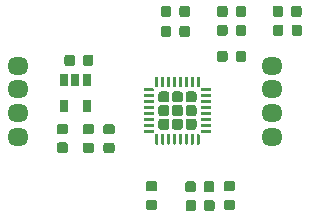
<source format=gtp>
G04 #@! TF.GenerationSoftware,KiCad,Pcbnew,(5.1.2)-1*
G04 #@! TF.CreationDate,2020-10-03T12:09:34+09:00*
G04 #@! TF.ProjectId,es,65732e6b-6963-4616-945f-706362585858,v1.4*
G04 #@! TF.SameCoordinates,Original*
G04 #@! TF.FileFunction,Paste,Top*
G04 #@! TF.FilePolarity,Positive*
%FSLAX46Y46*%
G04 Gerber Fmt 4.6, Leading zero omitted, Abs format (unit mm)*
G04 Created by KiCad (PCBNEW (5.1.2)-1) date 2020-10-03 12:09:34*
%MOMM*%
%LPD*%
G04 APERTURE LIST*
%ADD10C,0.100000*%
%ADD11C,0.250000*%
%ADD12C,0.930000*%
%ADD13R,0.650000X1.060000*%
%ADD14O,1.800000X1.524000*%
%ADD15C,0.875000*%
G04 APERTURE END LIST*
D10*
G36*
X163443626Y-90925301D02*
G01*
X163449693Y-90926201D01*
X163455643Y-90927691D01*
X163461418Y-90929758D01*
X163466962Y-90932380D01*
X163472223Y-90935533D01*
X163477150Y-90939187D01*
X163481694Y-90943306D01*
X163485813Y-90947850D01*
X163489467Y-90952777D01*
X163492620Y-90958038D01*
X163495242Y-90963582D01*
X163497309Y-90969357D01*
X163498799Y-90975307D01*
X163499699Y-90981374D01*
X163500000Y-90987500D01*
X163500000Y-91112500D01*
X163499699Y-91118626D01*
X163498799Y-91124693D01*
X163497309Y-91130643D01*
X163495242Y-91136418D01*
X163492620Y-91141962D01*
X163489467Y-91147223D01*
X163485813Y-91152150D01*
X163481694Y-91156694D01*
X163477150Y-91160813D01*
X163472223Y-91164467D01*
X163466962Y-91167620D01*
X163461418Y-91170242D01*
X163455643Y-91172309D01*
X163449693Y-91173799D01*
X163443626Y-91174699D01*
X163437500Y-91175000D01*
X162687500Y-91175000D01*
X162681374Y-91174699D01*
X162675307Y-91173799D01*
X162669357Y-91172309D01*
X162663582Y-91170242D01*
X162658038Y-91167620D01*
X162652777Y-91164467D01*
X162647850Y-91160813D01*
X162643306Y-91156694D01*
X162639187Y-91152150D01*
X162635533Y-91147223D01*
X162632380Y-91141962D01*
X162629758Y-91136418D01*
X162627691Y-91130643D01*
X162626201Y-91124693D01*
X162625301Y-91118626D01*
X162625000Y-91112500D01*
X162625000Y-90987500D01*
X162625301Y-90981374D01*
X162626201Y-90975307D01*
X162627691Y-90969357D01*
X162629758Y-90963582D01*
X162632380Y-90958038D01*
X162635533Y-90952777D01*
X162639187Y-90947850D01*
X162643306Y-90943306D01*
X162647850Y-90939187D01*
X162652777Y-90935533D01*
X162658038Y-90932380D01*
X162663582Y-90929758D01*
X162669357Y-90927691D01*
X162675307Y-90926201D01*
X162681374Y-90925301D01*
X162687500Y-90925000D01*
X163437500Y-90925000D01*
X163443626Y-90925301D01*
X163443626Y-90925301D01*
G37*
D11*
X163062500Y-91050000D03*
D10*
G36*
X163443626Y-90425301D02*
G01*
X163449693Y-90426201D01*
X163455643Y-90427691D01*
X163461418Y-90429758D01*
X163466962Y-90432380D01*
X163472223Y-90435533D01*
X163477150Y-90439187D01*
X163481694Y-90443306D01*
X163485813Y-90447850D01*
X163489467Y-90452777D01*
X163492620Y-90458038D01*
X163495242Y-90463582D01*
X163497309Y-90469357D01*
X163498799Y-90475307D01*
X163499699Y-90481374D01*
X163500000Y-90487500D01*
X163500000Y-90612500D01*
X163499699Y-90618626D01*
X163498799Y-90624693D01*
X163497309Y-90630643D01*
X163495242Y-90636418D01*
X163492620Y-90641962D01*
X163489467Y-90647223D01*
X163485813Y-90652150D01*
X163481694Y-90656694D01*
X163477150Y-90660813D01*
X163472223Y-90664467D01*
X163466962Y-90667620D01*
X163461418Y-90670242D01*
X163455643Y-90672309D01*
X163449693Y-90673799D01*
X163443626Y-90674699D01*
X163437500Y-90675000D01*
X162687500Y-90675000D01*
X162681374Y-90674699D01*
X162675307Y-90673799D01*
X162669357Y-90672309D01*
X162663582Y-90670242D01*
X162658038Y-90667620D01*
X162652777Y-90664467D01*
X162647850Y-90660813D01*
X162643306Y-90656694D01*
X162639187Y-90652150D01*
X162635533Y-90647223D01*
X162632380Y-90641962D01*
X162629758Y-90636418D01*
X162627691Y-90630643D01*
X162626201Y-90624693D01*
X162625301Y-90618626D01*
X162625000Y-90612500D01*
X162625000Y-90487500D01*
X162625301Y-90481374D01*
X162626201Y-90475307D01*
X162627691Y-90469357D01*
X162629758Y-90463582D01*
X162632380Y-90458038D01*
X162635533Y-90452777D01*
X162639187Y-90447850D01*
X162643306Y-90443306D01*
X162647850Y-90439187D01*
X162652777Y-90435533D01*
X162658038Y-90432380D01*
X162663582Y-90429758D01*
X162669357Y-90427691D01*
X162675307Y-90426201D01*
X162681374Y-90425301D01*
X162687500Y-90425000D01*
X163437500Y-90425000D01*
X163443626Y-90425301D01*
X163443626Y-90425301D01*
G37*
D11*
X163062500Y-90550000D03*
D10*
G36*
X163443626Y-89925301D02*
G01*
X163449693Y-89926201D01*
X163455643Y-89927691D01*
X163461418Y-89929758D01*
X163466962Y-89932380D01*
X163472223Y-89935533D01*
X163477150Y-89939187D01*
X163481694Y-89943306D01*
X163485813Y-89947850D01*
X163489467Y-89952777D01*
X163492620Y-89958038D01*
X163495242Y-89963582D01*
X163497309Y-89969357D01*
X163498799Y-89975307D01*
X163499699Y-89981374D01*
X163500000Y-89987500D01*
X163500000Y-90112500D01*
X163499699Y-90118626D01*
X163498799Y-90124693D01*
X163497309Y-90130643D01*
X163495242Y-90136418D01*
X163492620Y-90141962D01*
X163489467Y-90147223D01*
X163485813Y-90152150D01*
X163481694Y-90156694D01*
X163477150Y-90160813D01*
X163472223Y-90164467D01*
X163466962Y-90167620D01*
X163461418Y-90170242D01*
X163455643Y-90172309D01*
X163449693Y-90173799D01*
X163443626Y-90174699D01*
X163437500Y-90175000D01*
X162687500Y-90175000D01*
X162681374Y-90174699D01*
X162675307Y-90173799D01*
X162669357Y-90172309D01*
X162663582Y-90170242D01*
X162658038Y-90167620D01*
X162652777Y-90164467D01*
X162647850Y-90160813D01*
X162643306Y-90156694D01*
X162639187Y-90152150D01*
X162635533Y-90147223D01*
X162632380Y-90141962D01*
X162629758Y-90136418D01*
X162627691Y-90130643D01*
X162626201Y-90124693D01*
X162625301Y-90118626D01*
X162625000Y-90112500D01*
X162625000Y-89987500D01*
X162625301Y-89981374D01*
X162626201Y-89975307D01*
X162627691Y-89969357D01*
X162629758Y-89963582D01*
X162632380Y-89958038D01*
X162635533Y-89952777D01*
X162639187Y-89947850D01*
X162643306Y-89943306D01*
X162647850Y-89939187D01*
X162652777Y-89935533D01*
X162658038Y-89932380D01*
X162663582Y-89929758D01*
X162669357Y-89927691D01*
X162675307Y-89926201D01*
X162681374Y-89925301D01*
X162687500Y-89925000D01*
X163437500Y-89925000D01*
X163443626Y-89925301D01*
X163443626Y-89925301D01*
G37*
D11*
X163062500Y-90050000D03*
D10*
G36*
X163443626Y-89425301D02*
G01*
X163449693Y-89426201D01*
X163455643Y-89427691D01*
X163461418Y-89429758D01*
X163466962Y-89432380D01*
X163472223Y-89435533D01*
X163477150Y-89439187D01*
X163481694Y-89443306D01*
X163485813Y-89447850D01*
X163489467Y-89452777D01*
X163492620Y-89458038D01*
X163495242Y-89463582D01*
X163497309Y-89469357D01*
X163498799Y-89475307D01*
X163499699Y-89481374D01*
X163500000Y-89487500D01*
X163500000Y-89612500D01*
X163499699Y-89618626D01*
X163498799Y-89624693D01*
X163497309Y-89630643D01*
X163495242Y-89636418D01*
X163492620Y-89641962D01*
X163489467Y-89647223D01*
X163485813Y-89652150D01*
X163481694Y-89656694D01*
X163477150Y-89660813D01*
X163472223Y-89664467D01*
X163466962Y-89667620D01*
X163461418Y-89670242D01*
X163455643Y-89672309D01*
X163449693Y-89673799D01*
X163443626Y-89674699D01*
X163437500Y-89675000D01*
X162687500Y-89675000D01*
X162681374Y-89674699D01*
X162675307Y-89673799D01*
X162669357Y-89672309D01*
X162663582Y-89670242D01*
X162658038Y-89667620D01*
X162652777Y-89664467D01*
X162647850Y-89660813D01*
X162643306Y-89656694D01*
X162639187Y-89652150D01*
X162635533Y-89647223D01*
X162632380Y-89641962D01*
X162629758Y-89636418D01*
X162627691Y-89630643D01*
X162626201Y-89624693D01*
X162625301Y-89618626D01*
X162625000Y-89612500D01*
X162625000Y-89487500D01*
X162625301Y-89481374D01*
X162626201Y-89475307D01*
X162627691Y-89469357D01*
X162629758Y-89463582D01*
X162632380Y-89458038D01*
X162635533Y-89452777D01*
X162639187Y-89447850D01*
X162643306Y-89443306D01*
X162647850Y-89439187D01*
X162652777Y-89435533D01*
X162658038Y-89432380D01*
X162663582Y-89429758D01*
X162669357Y-89427691D01*
X162675307Y-89426201D01*
X162681374Y-89425301D01*
X162687500Y-89425000D01*
X163437500Y-89425000D01*
X163443626Y-89425301D01*
X163443626Y-89425301D01*
G37*
D11*
X163062500Y-89550000D03*
D10*
G36*
X163443626Y-88925301D02*
G01*
X163449693Y-88926201D01*
X163455643Y-88927691D01*
X163461418Y-88929758D01*
X163466962Y-88932380D01*
X163472223Y-88935533D01*
X163477150Y-88939187D01*
X163481694Y-88943306D01*
X163485813Y-88947850D01*
X163489467Y-88952777D01*
X163492620Y-88958038D01*
X163495242Y-88963582D01*
X163497309Y-88969357D01*
X163498799Y-88975307D01*
X163499699Y-88981374D01*
X163500000Y-88987500D01*
X163500000Y-89112500D01*
X163499699Y-89118626D01*
X163498799Y-89124693D01*
X163497309Y-89130643D01*
X163495242Y-89136418D01*
X163492620Y-89141962D01*
X163489467Y-89147223D01*
X163485813Y-89152150D01*
X163481694Y-89156694D01*
X163477150Y-89160813D01*
X163472223Y-89164467D01*
X163466962Y-89167620D01*
X163461418Y-89170242D01*
X163455643Y-89172309D01*
X163449693Y-89173799D01*
X163443626Y-89174699D01*
X163437500Y-89175000D01*
X162687500Y-89175000D01*
X162681374Y-89174699D01*
X162675307Y-89173799D01*
X162669357Y-89172309D01*
X162663582Y-89170242D01*
X162658038Y-89167620D01*
X162652777Y-89164467D01*
X162647850Y-89160813D01*
X162643306Y-89156694D01*
X162639187Y-89152150D01*
X162635533Y-89147223D01*
X162632380Y-89141962D01*
X162629758Y-89136418D01*
X162627691Y-89130643D01*
X162626201Y-89124693D01*
X162625301Y-89118626D01*
X162625000Y-89112500D01*
X162625000Y-88987500D01*
X162625301Y-88981374D01*
X162626201Y-88975307D01*
X162627691Y-88969357D01*
X162629758Y-88963582D01*
X162632380Y-88958038D01*
X162635533Y-88952777D01*
X162639187Y-88947850D01*
X162643306Y-88943306D01*
X162647850Y-88939187D01*
X162652777Y-88935533D01*
X162658038Y-88932380D01*
X162663582Y-88929758D01*
X162669357Y-88927691D01*
X162675307Y-88926201D01*
X162681374Y-88925301D01*
X162687500Y-88925000D01*
X163437500Y-88925000D01*
X163443626Y-88925301D01*
X163443626Y-88925301D01*
G37*
D11*
X163062500Y-89050000D03*
D10*
G36*
X163443626Y-88425301D02*
G01*
X163449693Y-88426201D01*
X163455643Y-88427691D01*
X163461418Y-88429758D01*
X163466962Y-88432380D01*
X163472223Y-88435533D01*
X163477150Y-88439187D01*
X163481694Y-88443306D01*
X163485813Y-88447850D01*
X163489467Y-88452777D01*
X163492620Y-88458038D01*
X163495242Y-88463582D01*
X163497309Y-88469357D01*
X163498799Y-88475307D01*
X163499699Y-88481374D01*
X163500000Y-88487500D01*
X163500000Y-88612500D01*
X163499699Y-88618626D01*
X163498799Y-88624693D01*
X163497309Y-88630643D01*
X163495242Y-88636418D01*
X163492620Y-88641962D01*
X163489467Y-88647223D01*
X163485813Y-88652150D01*
X163481694Y-88656694D01*
X163477150Y-88660813D01*
X163472223Y-88664467D01*
X163466962Y-88667620D01*
X163461418Y-88670242D01*
X163455643Y-88672309D01*
X163449693Y-88673799D01*
X163443626Y-88674699D01*
X163437500Y-88675000D01*
X162687500Y-88675000D01*
X162681374Y-88674699D01*
X162675307Y-88673799D01*
X162669357Y-88672309D01*
X162663582Y-88670242D01*
X162658038Y-88667620D01*
X162652777Y-88664467D01*
X162647850Y-88660813D01*
X162643306Y-88656694D01*
X162639187Y-88652150D01*
X162635533Y-88647223D01*
X162632380Y-88641962D01*
X162629758Y-88636418D01*
X162627691Y-88630643D01*
X162626201Y-88624693D01*
X162625301Y-88618626D01*
X162625000Y-88612500D01*
X162625000Y-88487500D01*
X162625301Y-88481374D01*
X162626201Y-88475307D01*
X162627691Y-88469357D01*
X162629758Y-88463582D01*
X162632380Y-88458038D01*
X162635533Y-88452777D01*
X162639187Y-88447850D01*
X162643306Y-88443306D01*
X162647850Y-88439187D01*
X162652777Y-88435533D01*
X162658038Y-88432380D01*
X162663582Y-88429758D01*
X162669357Y-88427691D01*
X162675307Y-88426201D01*
X162681374Y-88425301D01*
X162687500Y-88425000D01*
X163437500Y-88425000D01*
X163443626Y-88425301D01*
X163443626Y-88425301D01*
G37*
D11*
X163062500Y-88550000D03*
D10*
G36*
X163443626Y-87925301D02*
G01*
X163449693Y-87926201D01*
X163455643Y-87927691D01*
X163461418Y-87929758D01*
X163466962Y-87932380D01*
X163472223Y-87935533D01*
X163477150Y-87939187D01*
X163481694Y-87943306D01*
X163485813Y-87947850D01*
X163489467Y-87952777D01*
X163492620Y-87958038D01*
X163495242Y-87963582D01*
X163497309Y-87969357D01*
X163498799Y-87975307D01*
X163499699Y-87981374D01*
X163500000Y-87987500D01*
X163500000Y-88112500D01*
X163499699Y-88118626D01*
X163498799Y-88124693D01*
X163497309Y-88130643D01*
X163495242Y-88136418D01*
X163492620Y-88141962D01*
X163489467Y-88147223D01*
X163485813Y-88152150D01*
X163481694Y-88156694D01*
X163477150Y-88160813D01*
X163472223Y-88164467D01*
X163466962Y-88167620D01*
X163461418Y-88170242D01*
X163455643Y-88172309D01*
X163449693Y-88173799D01*
X163443626Y-88174699D01*
X163437500Y-88175000D01*
X162687500Y-88175000D01*
X162681374Y-88174699D01*
X162675307Y-88173799D01*
X162669357Y-88172309D01*
X162663582Y-88170242D01*
X162658038Y-88167620D01*
X162652777Y-88164467D01*
X162647850Y-88160813D01*
X162643306Y-88156694D01*
X162639187Y-88152150D01*
X162635533Y-88147223D01*
X162632380Y-88141962D01*
X162629758Y-88136418D01*
X162627691Y-88130643D01*
X162626201Y-88124693D01*
X162625301Y-88118626D01*
X162625000Y-88112500D01*
X162625000Y-87987500D01*
X162625301Y-87981374D01*
X162626201Y-87975307D01*
X162627691Y-87969357D01*
X162629758Y-87963582D01*
X162632380Y-87958038D01*
X162635533Y-87952777D01*
X162639187Y-87947850D01*
X162643306Y-87943306D01*
X162647850Y-87939187D01*
X162652777Y-87935533D01*
X162658038Y-87932380D01*
X162663582Y-87929758D01*
X162669357Y-87927691D01*
X162675307Y-87926201D01*
X162681374Y-87925301D01*
X162687500Y-87925000D01*
X163437500Y-87925000D01*
X163443626Y-87925301D01*
X163443626Y-87925301D01*
G37*
D11*
X163062500Y-88050000D03*
D10*
G36*
X163443626Y-87425301D02*
G01*
X163449693Y-87426201D01*
X163455643Y-87427691D01*
X163461418Y-87429758D01*
X163466962Y-87432380D01*
X163472223Y-87435533D01*
X163477150Y-87439187D01*
X163481694Y-87443306D01*
X163485813Y-87447850D01*
X163489467Y-87452777D01*
X163492620Y-87458038D01*
X163495242Y-87463582D01*
X163497309Y-87469357D01*
X163498799Y-87475307D01*
X163499699Y-87481374D01*
X163500000Y-87487500D01*
X163500000Y-87612500D01*
X163499699Y-87618626D01*
X163498799Y-87624693D01*
X163497309Y-87630643D01*
X163495242Y-87636418D01*
X163492620Y-87641962D01*
X163489467Y-87647223D01*
X163485813Y-87652150D01*
X163481694Y-87656694D01*
X163477150Y-87660813D01*
X163472223Y-87664467D01*
X163466962Y-87667620D01*
X163461418Y-87670242D01*
X163455643Y-87672309D01*
X163449693Y-87673799D01*
X163443626Y-87674699D01*
X163437500Y-87675000D01*
X162687500Y-87675000D01*
X162681374Y-87674699D01*
X162675307Y-87673799D01*
X162669357Y-87672309D01*
X162663582Y-87670242D01*
X162658038Y-87667620D01*
X162652777Y-87664467D01*
X162647850Y-87660813D01*
X162643306Y-87656694D01*
X162639187Y-87652150D01*
X162635533Y-87647223D01*
X162632380Y-87641962D01*
X162629758Y-87636418D01*
X162627691Y-87630643D01*
X162626201Y-87624693D01*
X162625301Y-87618626D01*
X162625000Y-87612500D01*
X162625000Y-87487500D01*
X162625301Y-87481374D01*
X162626201Y-87475307D01*
X162627691Y-87469357D01*
X162629758Y-87463582D01*
X162632380Y-87458038D01*
X162635533Y-87452777D01*
X162639187Y-87447850D01*
X162643306Y-87443306D01*
X162647850Y-87439187D01*
X162652777Y-87435533D01*
X162658038Y-87432380D01*
X162663582Y-87429758D01*
X162669357Y-87427691D01*
X162675307Y-87426201D01*
X162681374Y-87425301D01*
X162687500Y-87425000D01*
X163437500Y-87425000D01*
X163443626Y-87425301D01*
X163443626Y-87425301D01*
G37*
D11*
X163062500Y-87550000D03*
D10*
G36*
X163818626Y-86425301D02*
G01*
X163824693Y-86426201D01*
X163830643Y-86427691D01*
X163836418Y-86429758D01*
X163841962Y-86432380D01*
X163847223Y-86435533D01*
X163852150Y-86439187D01*
X163856694Y-86443306D01*
X163860813Y-86447850D01*
X163864467Y-86452777D01*
X163867620Y-86458038D01*
X163870242Y-86463582D01*
X163872309Y-86469357D01*
X163873799Y-86475307D01*
X163874699Y-86481374D01*
X163875000Y-86487500D01*
X163875000Y-87237500D01*
X163874699Y-87243626D01*
X163873799Y-87249693D01*
X163872309Y-87255643D01*
X163870242Y-87261418D01*
X163867620Y-87266962D01*
X163864467Y-87272223D01*
X163860813Y-87277150D01*
X163856694Y-87281694D01*
X163852150Y-87285813D01*
X163847223Y-87289467D01*
X163841962Y-87292620D01*
X163836418Y-87295242D01*
X163830643Y-87297309D01*
X163824693Y-87298799D01*
X163818626Y-87299699D01*
X163812500Y-87300000D01*
X163687500Y-87300000D01*
X163681374Y-87299699D01*
X163675307Y-87298799D01*
X163669357Y-87297309D01*
X163663582Y-87295242D01*
X163658038Y-87292620D01*
X163652777Y-87289467D01*
X163647850Y-87285813D01*
X163643306Y-87281694D01*
X163639187Y-87277150D01*
X163635533Y-87272223D01*
X163632380Y-87266962D01*
X163629758Y-87261418D01*
X163627691Y-87255643D01*
X163626201Y-87249693D01*
X163625301Y-87243626D01*
X163625000Y-87237500D01*
X163625000Y-86487500D01*
X163625301Y-86481374D01*
X163626201Y-86475307D01*
X163627691Y-86469357D01*
X163629758Y-86463582D01*
X163632380Y-86458038D01*
X163635533Y-86452777D01*
X163639187Y-86447850D01*
X163643306Y-86443306D01*
X163647850Y-86439187D01*
X163652777Y-86435533D01*
X163658038Y-86432380D01*
X163663582Y-86429758D01*
X163669357Y-86427691D01*
X163675307Y-86426201D01*
X163681374Y-86425301D01*
X163687500Y-86425000D01*
X163812500Y-86425000D01*
X163818626Y-86425301D01*
X163818626Y-86425301D01*
G37*
D11*
X163750000Y-86862500D03*
D10*
G36*
X164318626Y-86425301D02*
G01*
X164324693Y-86426201D01*
X164330643Y-86427691D01*
X164336418Y-86429758D01*
X164341962Y-86432380D01*
X164347223Y-86435533D01*
X164352150Y-86439187D01*
X164356694Y-86443306D01*
X164360813Y-86447850D01*
X164364467Y-86452777D01*
X164367620Y-86458038D01*
X164370242Y-86463582D01*
X164372309Y-86469357D01*
X164373799Y-86475307D01*
X164374699Y-86481374D01*
X164375000Y-86487500D01*
X164375000Y-87237500D01*
X164374699Y-87243626D01*
X164373799Y-87249693D01*
X164372309Y-87255643D01*
X164370242Y-87261418D01*
X164367620Y-87266962D01*
X164364467Y-87272223D01*
X164360813Y-87277150D01*
X164356694Y-87281694D01*
X164352150Y-87285813D01*
X164347223Y-87289467D01*
X164341962Y-87292620D01*
X164336418Y-87295242D01*
X164330643Y-87297309D01*
X164324693Y-87298799D01*
X164318626Y-87299699D01*
X164312500Y-87300000D01*
X164187500Y-87300000D01*
X164181374Y-87299699D01*
X164175307Y-87298799D01*
X164169357Y-87297309D01*
X164163582Y-87295242D01*
X164158038Y-87292620D01*
X164152777Y-87289467D01*
X164147850Y-87285813D01*
X164143306Y-87281694D01*
X164139187Y-87277150D01*
X164135533Y-87272223D01*
X164132380Y-87266962D01*
X164129758Y-87261418D01*
X164127691Y-87255643D01*
X164126201Y-87249693D01*
X164125301Y-87243626D01*
X164125000Y-87237500D01*
X164125000Y-86487500D01*
X164125301Y-86481374D01*
X164126201Y-86475307D01*
X164127691Y-86469357D01*
X164129758Y-86463582D01*
X164132380Y-86458038D01*
X164135533Y-86452777D01*
X164139187Y-86447850D01*
X164143306Y-86443306D01*
X164147850Y-86439187D01*
X164152777Y-86435533D01*
X164158038Y-86432380D01*
X164163582Y-86429758D01*
X164169357Y-86427691D01*
X164175307Y-86426201D01*
X164181374Y-86425301D01*
X164187500Y-86425000D01*
X164312500Y-86425000D01*
X164318626Y-86425301D01*
X164318626Y-86425301D01*
G37*
D11*
X164250000Y-86862500D03*
D10*
G36*
X164818626Y-86425301D02*
G01*
X164824693Y-86426201D01*
X164830643Y-86427691D01*
X164836418Y-86429758D01*
X164841962Y-86432380D01*
X164847223Y-86435533D01*
X164852150Y-86439187D01*
X164856694Y-86443306D01*
X164860813Y-86447850D01*
X164864467Y-86452777D01*
X164867620Y-86458038D01*
X164870242Y-86463582D01*
X164872309Y-86469357D01*
X164873799Y-86475307D01*
X164874699Y-86481374D01*
X164875000Y-86487500D01*
X164875000Y-87237500D01*
X164874699Y-87243626D01*
X164873799Y-87249693D01*
X164872309Y-87255643D01*
X164870242Y-87261418D01*
X164867620Y-87266962D01*
X164864467Y-87272223D01*
X164860813Y-87277150D01*
X164856694Y-87281694D01*
X164852150Y-87285813D01*
X164847223Y-87289467D01*
X164841962Y-87292620D01*
X164836418Y-87295242D01*
X164830643Y-87297309D01*
X164824693Y-87298799D01*
X164818626Y-87299699D01*
X164812500Y-87300000D01*
X164687500Y-87300000D01*
X164681374Y-87299699D01*
X164675307Y-87298799D01*
X164669357Y-87297309D01*
X164663582Y-87295242D01*
X164658038Y-87292620D01*
X164652777Y-87289467D01*
X164647850Y-87285813D01*
X164643306Y-87281694D01*
X164639187Y-87277150D01*
X164635533Y-87272223D01*
X164632380Y-87266962D01*
X164629758Y-87261418D01*
X164627691Y-87255643D01*
X164626201Y-87249693D01*
X164625301Y-87243626D01*
X164625000Y-87237500D01*
X164625000Y-86487500D01*
X164625301Y-86481374D01*
X164626201Y-86475307D01*
X164627691Y-86469357D01*
X164629758Y-86463582D01*
X164632380Y-86458038D01*
X164635533Y-86452777D01*
X164639187Y-86447850D01*
X164643306Y-86443306D01*
X164647850Y-86439187D01*
X164652777Y-86435533D01*
X164658038Y-86432380D01*
X164663582Y-86429758D01*
X164669357Y-86427691D01*
X164675307Y-86426201D01*
X164681374Y-86425301D01*
X164687500Y-86425000D01*
X164812500Y-86425000D01*
X164818626Y-86425301D01*
X164818626Y-86425301D01*
G37*
D11*
X164750000Y-86862500D03*
D10*
G36*
X165318626Y-86425301D02*
G01*
X165324693Y-86426201D01*
X165330643Y-86427691D01*
X165336418Y-86429758D01*
X165341962Y-86432380D01*
X165347223Y-86435533D01*
X165352150Y-86439187D01*
X165356694Y-86443306D01*
X165360813Y-86447850D01*
X165364467Y-86452777D01*
X165367620Y-86458038D01*
X165370242Y-86463582D01*
X165372309Y-86469357D01*
X165373799Y-86475307D01*
X165374699Y-86481374D01*
X165375000Y-86487500D01*
X165375000Y-87237500D01*
X165374699Y-87243626D01*
X165373799Y-87249693D01*
X165372309Y-87255643D01*
X165370242Y-87261418D01*
X165367620Y-87266962D01*
X165364467Y-87272223D01*
X165360813Y-87277150D01*
X165356694Y-87281694D01*
X165352150Y-87285813D01*
X165347223Y-87289467D01*
X165341962Y-87292620D01*
X165336418Y-87295242D01*
X165330643Y-87297309D01*
X165324693Y-87298799D01*
X165318626Y-87299699D01*
X165312500Y-87300000D01*
X165187500Y-87300000D01*
X165181374Y-87299699D01*
X165175307Y-87298799D01*
X165169357Y-87297309D01*
X165163582Y-87295242D01*
X165158038Y-87292620D01*
X165152777Y-87289467D01*
X165147850Y-87285813D01*
X165143306Y-87281694D01*
X165139187Y-87277150D01*
X165135533Y-87272223D01*
X165132380Y-87266962D01*
X165129758Y-87261418D01*
X165127691Y-87255643D01*
X165126201Y-87249693D01*
X165125301Y-87243626D01*
X165125000Y-87237500D01*
X165125000Y-86487500D01*
X165125301Y-86481374D01*
X165126201Y-86475307D01*
X165127691Y-86469357D01*
X165129758Y-86463582D01*
X165132380Y-86458038D01*
X165135533Y-86452777D01*
X165139187Y-86447850D01*
X165143306Y-86443306D01*
X165147850Y-86439187D01*
X165152777Y-86435533D01*
X165158038Y-86432380D01*
X165163582Y-86429758D01*
X165169357Y-86427691D01*
X165175307Y-86426201D01*
X165181374Y-86425301D01*
X165187500Y-86425000D01*
X165312500Y-86425000D01*
X165318626Y-86425301D01*
X165318626Y-86425301D01*
G37*
D11*
X165250000Y-86862500D03*
D10*
G36*
X165818626Y-86425301D02*
G01*
X165824693Y-86426201D01*
X165830643Y-86427691D01*
X165836418Y-86429758D01*
X165841962Y-86432380D01*
X165847223Y-86435533D01*
X165852150Y-86439187D01*
X165856694Y-86443306D01*
X165860813Y-86447850D01*
X165864467Y-86452777D01*
X165867620Y-86458038D01*
X165870242Y-86463582D01*
X165872309Y-86469357D01*
X165873799Y-86475307D01*
X165874699Y-86481374D01*
X165875000Y-86487500D01*
X165875000Y-87237500D01*
X165874699Y-87243626D01*
X165873799Y-87249693D01*
X165872309Y-87255643D01*
X165870242Y-87261418D01*
X165867620Y-87266962D01*
X165864467Y-87272223D01*
X165860813Y-87277150D01*
X165856694Y-87281694D01*
X165852150Y-87285813D01*
X165847223Y-87289467D01*
X165841962Y-87292620D01*
X165836418Y-87295242D01*
X165830643Y-87297309D01*
X165824693Y-87298799D01*
X165818626Y-87299699D01*
X165812500Y-87300000D01*
X165687500Y-87300000D01*
X165681374Y-87299699D01*
X165675307Y-87298799D01*
X165669357Y-87297309D01*
X165663582Y-87295242D01*
X165658038Y-87292620D01*
X165652777Y-87289467D01*
X165647850Y-87285813D01*
X165643306Y-87281694D01*
X165639187Y-87277150D01*
X165635533Y-87272223D01*
X165632380Y-87266962D01*
X165629758Y-87261418D01*
X165627691Y-87255643D01*
X165626201Y-87249693D01*
X165625301Y-87243626D01*
X165625000Y-87237500D01*
X165625000Y-86487500D01*
X165625301Y-86481374D01*
X165626201Y-86475307D01*
X165627691Y-86469357D01*
X165629758Y-86463582D01*
X165632380Y-86458038D01*
X165635533Y-86452777D01*
X165639187Y-86447850D01*
X165643306Y-86443306D01*
X165647850Y-86439187D01*
X165652777Y-86435533D01*
X165658038Y-86432380D01*
X165663582Y-86429758D01*
X165669357Y-86427691D01*
X165675307Y-86426201D01*
X165681374Y-86425301D01*
X165687500Y-86425000D01*
X165812500Y-86425000D01*
X165818626Y-86425301D01*
X165818626Y-86425301D01*
G37*
D11*
X165750000Y-86862500D03*
D10*
G36*
X166318626Y-86425301D02*
G01*
X166324693Y-86426201D01*
X166330643Y-86427691D01*
X166336418Y-86429758D01*
X166341962Y-86432380D01*
X166347223Y-86435533D01*
X166352150Y-86439187D01*
X166356694Y-86443306D01*
X166360813Y-86447850D01*
X166364467Y-86452777D01*
X166367620Y-86458038D01*
X166370242Y-86463582D01*
X166372309Y-86469357D01*
X166373799Y-86475307D01*
X166374699Y-86481374D01*
X166375000Y-86487500D01*
X166375000Y-87237500D01*
X166374699Y-87243626D01*
X166373799Y-87249693D01*
X166372309Y-87255643D01*
X166370242Y-87261418D01*
X166367620Y-87266962D01*
X166364467Y-87272223D01*
X166360813Y-87277150D01*
X166356694Y-87281694D01*
X166352150Y-87285813D01*
X166347223Y-87289467D01*
X166341962Y-87292620D01*
X166336418Y-87295242D01*
X166330643Y-87297309D01*
X166324693Y-87298799D01*
X166318626Y-87299699D01*
X166312500Y-87300000D01*
X166187500Y-87300000D01*
X166181374Y-87299699D01*
X166175307Y-87298799D01*
X166169357Y-87297309D01*
X166163582Y-87295242D01*
X166158038Y-87292620D01*
X166152777Y-87289467D01*
X166147850Y-87285813D01*
X166143306Y-87281694D01*
X166139187Y-87277150D01*
X166135533Y-87272223D01*
X166132380Y-87266962D01*
X166129758Y-87261418D01*
X166127691Y-87255643D01*
X166126201Y-87249693D01*
X166125301Y-87243626D01*
X166125000Y-87237500D01*
X166125000Y-86487500D01*
X166125301Y-86481374D01*
X166126201Y-86475307D01*
X166127691Y-86469357D01*
X166129758Y-86463582D01*
X166132380Y-86458038D01*
X166135533Y-86452777D01*
X166139187Y-86447850D01*
X166143306Y-86443306D01*
X166147850Y-86439187D01*
X166152777Y-86435533D01*
X166158038Y-86432380D01*
X166163582Y-86429758D01*
X166169357Y-86427691D01*
X166175307Y-86426201D01*
X166181374Y-86425301D01*
X166187500Y-86425000D01*
X166312500Y-86425000D01*
X166318626Y-86425301D01*
X166318626Y-86425301D01*
G37*
D11*
X166250000Y-86862500D03*
D10*
G36*
X166818626Y-86425301D02*
G01*
X166824693Y-86426201D01*
X166830643Y-86427691D01*
X166836418Y-86429758D01*
X166841962Y-86432380D01*
X166847223Y-86435533D01*
X166852150Y-86439187D01*
X166856694Y-86443306D01*
X166860813Y-86447850D01*
X166864467Y-86452777D01*
X166867620Y-86458038D01*
X166870242Y-86463582D01*
X166872309Y-86469357D01*
X166873799Y-86475307D01*
X166874699Y-86481374D01*
X166875000Y-86487500D01*
X166875000Y-87237500D01*
X166874699Y-87243626D01*
X166873799Y-87249693D01*
X166872309Y-87255643D01*
X166870242Y-87261418D01*
X166867620Y-87266962D01*
X166864467Y-87272223D01*
X166860813Y-87277150D01*
X166856694Y-87281694D01*
X166852150Y-87285813D01*
X166847223Y-87289467D01*
X166841962Y-87292620D01*
X166836418Y-87295242D01*
X166830643Y-87297309D01*
X166824693Y-87298799D01*
X166818626Y-87299699D01*
X166812500Y-87300000D01*
X166687500Y-87300000D01*
X166681374Y-87299699D01*
X166675307Y-87298799D01*
X166669357Y-87297309D01*
X166663582Y-87295242D01*
X166658038Y-87292620D01*
X166652777Y-87289467D01*
X166647850Y-87285813D01*
X166643306Y-87281694D01*
X166639187Y-87277150D01*
X166635533Y-87272223D01*
X166632380Y-87266962D01*
X166629758Y-87261418D01*
X166627691Y-87255643D01*
X166626201Y-87249693D01*
X166625301Y-87243626D01*
X166625000Y-87237500D01*
X166625000Y-86487500D01*
X166625301Y-86481374D01*
X166626201Y-86475307D01*
X166627691Y-86469357D01*
X166629758Y-86463582D01*
X166632380Y-86458038D01*
X166635533Y-86452777D01*
X166639187Y-86447850D01*
X166643306Y-86443306D01*
X166647850Y-86439187D01*
X166652777Y-86435533D01*
X166658038Y-86432380D01*
X166663582Y-86429758D01*
X166669357Y-86427691D01*
X166675307Y-86426201D01*
X166681374Y-86425301D01*
X166687500Y-86425000D01*
X166812500Y-86425000D01*
X166818626Y-86425301D01*
X166818626Y-86425301D01*
G37*
D11*
X166750000Y-86862500D03*
D10*
G36*
X167318626Y-86425301D02*
G01*
X167324693Y-86426201D01*
X167330643Y-86427691D01*
X167336418Y-86429758D01*
X167341962Y-86432380D01*
X167347223Y-86435533D01*
X167352150Y-86439187D01*
X167356694Y-86443306D01*
X167360813Y-86447850D01*
X167364467Y-86452777D01*
X167367620Y-86458038D01*
X167370242Y-86463582D01*
X167372309Y-86469357D01*
X167373799Y-86475307D01*
X167374699Y-86481374D01*
X167375000Y-86487500D01*
X167375000Y-87237500D01*
X167374699Y-87243626D01*
X167373799Y-87249693D01*
X167372309Y-87255643D01*
X167370242Y-87261418D01*
X167367620Y-87266962D01*
X167364467Y-87272223D01*
X167360813Y-87277150D01*
X167356694Y-87281694D01*
X167352150Y-87285813D01*
X167347223Y-87289467D01*
X167341962Y-87292620D01*
X167336418Y-87295242D01*
X167330643Y-87297309D01*
X167324693Y-87298799D01*
X167318626Y-87299699D01*
X167312500Y-87300000D01*
X167187500Y-87300000D01*
X167181374Y-87299699D01*
X167175307Y-87298799D01*
X167169357Y-87297309D01*
X167163582Y-87295242D01*
X167158038Y-87292620D01*
X167152777Y-87289467D01*
X167147850Y-87285813D01*
X167143306Y-87281694D01*
X167139187Y-87277150D01*
X167135533Y-87272223D01*
X167132380Y-87266962D01*
X167129758Y-87261418D01*
X167127691Y-87255643D01*
X167126201Y-87249693D01*
X167125301Y-87243626D01*
X167125000Y-87237500D01*
X167125000Y-86487500D01*
X167125301Y-86481374D01*
X167126201Y-86475307D01*
X167127691Y-86469357D01*
X167129758Y-86463582D01*
X167132380Y-86458038D01*
X167135533Y-86452777D01*
X167139187Y-86447850D01*
X167143306Y-86443306D01*
X167147850Y-86439187D01*
X167152777Y-86435533D01*
X167158038Y-86432380D01*
X167163582Y-86429758D01*
X167169357Y-86427691D01*
X167175307Y-86426201D01*
X167181374Y-86425301D01*
X167187500Y-86425000D01*
X167312500Y-86425000D01*
X167318626Y-86425301D01*
X167318626Y-86425301D01*
G37*
D11*
X167250000Y-86862500D03*
D10*
G36*
X168318626Y-87425301D02*
G01*
X168324693Y-87426201D01*
X168330643Y-87427691D01*
X168336418Y-87429758D01*
X168341962Y-87432380D01*
X168347223Y-87435533D01*
X168352150Y-87439187D01*
X168356694Y-87443306D01*
X168360813Y-87447850D01*
X168364467Y-87452777D01*
X168367620Y-87458038D01*
X168370242Y-87463582D01*
X168372309Y-87469357D01*
X168373799Y-87475307D01*
X168374699Y-87481374D01*
X168375000Y-87487500D01*
X168375000Y-87612500D01*
X168374699Y-87618626D01*
X168373799Y-87624693D01*
X168372309Y-87630643D01*
X168370242Y-87636418D01*
X168367620Y-87641962D01*
X168364467Y-87647223D01*
X168360813Y-87652150D01*
X168356694Y-87656694D01*
X168352150Y-87660813D01*
X168347223Y-87664467D01*
X168341962Y-87667620D01*
X168336418Y-87670242D01*
X168330643Y-87672309D01*
X168324693Y-87673799D01*
X168318626Y-87674699D01*
X168312500Y-87675000D01*
X167562500Y-87675000D01*
X167556374Y-87674699D01*
X167550307Y-87673799D01*
X167544357Y-87672309D01*
X167538582Y-87670242D01*
X167533038Y-87667620D01*
X167527777Y-87664467D01*
X167522850Y-87660813D01*
X167518306Y-87656694D01*
X167514187Y-87652150D01*
X167510533Y-87647223D01*
X167507380Y-87641962D01*
X167504758Y-87636418D01*
X167502691Y-87630643D01*
X167501201Y-87624693D01*
X167500301Y-87618626D01*
X167500000Y-87612500D01*
X167500000Y-87487500D01*
X167500301Y-87481374D01*
X167501201Y-87475307D01*
X167502691Y-87469357D01*
X167504758Y-87463582D01*
X167507380Y-87458038D01*
X167510533Y-87452777D01*
X167514187Y-87447850D01*
X167518306Y-87443306D01*
X167522850Y-87439187D01*
X167527777Y-87435533D01*
X167533038Y-87432380D01*
X167538582Y-87429758D01*
X167544357Y-87427691D01*
X167550307Y-87426201D01*
X167556374Y-87425301D01*
X167562500Y-87425000D01*
X168312500Y-87425000D01*
X168318626Y-87425301D01*
X168318626Y-87425301D01*
G37*
D11*
X167937500Y-87550000D03*
D10*
G36*
X168318626Y-87925301D02*
G01*
X168324693Y-87926201D01*
X168330643Y-87927691D01*
X168336418Y-87929758D01*
X168341962Y-87932380D01*
X168347223Y-87935533D01*
X168352150Y-87939187D01*
X168356694Y-87943306D01*
X168360813Y-87947850D01*
X168364467Y-87952777D01*
X168367620Y-87958038D01*
X168370242Y-87963582D01*
X168372309Y-87969357D01*
X168373799Y-87975307D01*
X168374699Y-87981374D01*
X168375000Y-87987500D01*
X168375000Y-88112500D01*
X168374699Y-88118626D01*
X168373799Y-88124693D01*
X168372309Y-88130643D01*
X168370242Y-88136418D01*
X168367620Y-88141962D01*
X168364467Y-88147223D01*
X168360813Y-88152150D01*
X168356694Y-88156694D01*
X168352150Y-88160813D01*
X168347223Y-88164467D01*
X168341962Y-88167620D01*
X168336418Y-88170242D01*
X168330643Y-88172309D01*
X168324693Y-88173799D01*
X168318626Y-88174699D01*
X168312500Y-88175000D01*
X167562500Y-88175000D01*
X167556374Y-88174699D01*
X167550307Y-88173799D01*
X167544357Y-88172309D01*
X167538582Y-88170242D01*
X167533038Y-88167620D01*
X167527777Y-88164467D01*
X167522850Y-88160813D01*
X167518306Y-88156694D01*
X167514187Y-88152150D01*
X167510533Y-88147223D01*
X167507380Y-88141962D01*
X167504758Y-88136418D01*
X167502691Y-88130643D01*
X167501201Y-88124693D01*
X167500301Y-88118626D01*
X167500000Y-88112500D01*
X167500000Y-87987500D01*
X167500301Y-87981374D01*
X167501201Y-87975307D01*
X167502691Y-87969357D01*
X167504758Y-87963582D01*
X167507380Y-87958038D01*
X167510533Y-87952777D01*
X167514187Y-87947850D01*
X167518306Y-87943306D01*
X167522850Y-87939187D01*
X167527777Y-87935533D01*
X167533038Y-87932380D01*
X167538582Y-87929758D01*
X167544357Y-87927691D01*
X167550307Y-87926201D01*
X167556374Y-87925301D01*
X167562500Y-87925000D01*
X168312500Y-87925000D01*
X168318626Y-87925301D01*
X168318626Y-87925301D01*
G37*
D11*
X167937500Y-88050000D03*
D10*
G36*
X168318626Y-88425301D02*
G01*
X168324693Y-88426201D01*
X168330643Y-88427691D01*
X168336418Y-88429758D01*
X168341962Y-88432380D01*
X168347223Y-88435533D01*
X168352150Y-88439187D01*
X168356694Y-88443306D01*
X168360813Y-88447850D01*
X168364467Y-88452777D01*
X168367620Y-88458038D01*
X168370242Y-88463582D01*
X168372309Y-88469357D01*
X168373799Y-88475307D01*
X168374699Y-88481374D01*
X168375000Y-88487500D01*
X168375000Y-88612500D01*
X168374699Y-88618626D01*
X168373799Y-88624693D01*
X168372309Y-88630643D01*
X168370242Y-88636418D01*
X168367620Y-88641962D01*
X168364467Y-88647223D01*
X168360813Y-88652150D01*
X168356694Y-88656694D01*
X168352150Y-88660813D01*
X168347223Y-88664467D01*
X168341962Y-88667620D01*
X168336418Y-88670242D01*
X168330643Y-88672309D01*
X168324693Y-88673799D01*
X168318626Y-88674699D01*
X168312500Y-88675000D01*
X167562500Y-88675000D01*
X167556374Y-88674699D01*
X167550307Y-88673799D01*
X167544357Y-88672309D01*
X167538582Y-88670242D01*
X167533038Y-88667620D01*
X167527777Y-88664467D01*
X167522850Y-88660813D01*
X167518306Y-88656694D01*
X167514187Y-88652150D01*
X167510533Y-88647223D01*
X167507380Y-88641962D01*
X167504758Y-88636418D01*
X167502691Y-88630643D01*
X167501201Y-88624693D01*
X167500301Y-88618626D01*
X167500000Y-88612500D01*
X167500000Y-88487500D01*
X167500301Y-88481374D01*
X167501201Y-88475307D01*
X167502691Y-88469357D01*
X167504758Y-88463582D01*
X167507380Y-88458038D01*
X167510533Y-88452777D01*
X167514187Y-88447850D01*
X167518306Y-88443306D01*
X167522850Y-88439187D01*
X167527777Y-88435533D01*
X167533038Y-88432380D01*
X167538582Y-88429758D01*
X167544357Y-88427691D01*
X167550307Y-88426201D01*
X167556374Y-88425301D01*
X167562500Y-88425000D01*
X168312500Y-88425000D01*
X168318626Y-88425301D01*
X168318626Y-88425301D01*
G37*
D11*
X167937500Y-88550000D03*
D10*
G36*
X168318626Y-88925301D02*
G01*
X168324693Y-88926201D01*
X168330643Y-88927691D01*
X168336418Y-88929758D01*
X168341962Y-88932380D01*
X168347223Y-88935533D01*
X168352150Y-88939187D01*
X168356694Y-88943306D01*
X168360813Y-88947850D01*
X168364467Y-88952777D01*
X168367620Y-88958038D01*
X168370242Y-88963582D01*
X168372309Y-88969357D01*
X168373799Y-88975307D01*
X168374699Y-88981374D01*
X168375000Y-88987500D01*
X168375000Y-89112500D01*
X168374699Y-89118626D01*
X168373799Y-89124693D01*
X168372309Y-89130643D01*
X168370242Y-89136418D01*
X168367620Y-89141962D01*
X168364467Y-89147223D01*
X168360813Y-89152150D01*
X168356694Y-89156694D01*
X168352150Y-89160813D01*
X168347223Y-89164467D01*
X168341962Y-89167620D01*
X168336418Y-89170242D01*
X168330643Y-89172309D01*
X168324693Y-89173799D01*
X168318626Y-89174699D01*
X168312500Y-89175000D01*
X167562500Y-89175000D01*
X167556374Y-89174699D01*
X167550307Y-89173799D01*
X167544357Y-89172309D01*
X167538582Y-89170242D01*
X167533038Y-89167620D01*
X167527777Y-89164467D01*
X167522850Y-89160813D01*
X167518306Y-89156694D01*
X167514187Y-89152150D01*
X167510533Y-89147223D01*
X167507380Y-89141962D01*
X167504758Y-89136418D01*
X167502691Y-89130643D01*
X167501201Y-89124693D01*
X167500301Y-89118626D01*
X167500000Y-89112500D01*
X167500000Y-88987500D01*
X167500301Y-88981374D01*
X167501201Y-88975307D01*
X167502691Y-88969357D01*
X167504758Y-88963582D01*
X167507380Y-88958038D01*
X167510533Y-88952777D01*
X167514187Y-88947850D01*
X167518306Y-88943306D01*
X167522850Y-88939187D01*
X167527777Y-88935533D01*
X167533038Y-88932380D01*
X167538582Y-88929758D01*
X167544357Y-88927691D01*
X167550307Y-88926201D01*
X167556374Y-88925301D01*
X167562500Y-88925000D01*
X168312500Y-88925000D01*
X168318626Y-88925301D01*
X168318626Y-88925301D01*
G37*
D11*
X167937500Y-89050000D03*
D10*
G36*
X168318626Y-89425301D02*
G01*
X168324693Y-89426201D01*
X168330643Y-89427691D01*
X168336418Y-89429758D01*
X168341962Y-89432380D01*
X168347223Y-89435533D01*
X168352150Y-89439187D01*
X168356694Y-89443306D01*
X168360813Y-89447850D01*
X168364467Y-89452777D01*
X168367620Y-89458038D01*
X168370242Y-89463582D01*
X168372309Y-89469357D01*
X168373799Y-89475307D01*
X168374699Y-89481374D01*
X168375000Y-89487500D01*
X168375000Y-89612500D01*
X168374699Y-89618626D01*
X168373799Y-89624693D01*
X168372309Y-89630643D01*
X168370242Y-89636418D01*
X168367620Y-89641962D01*
X168364467Y-89647223D01*
X168360813Y-89652150D01*
X168356694Y-89656694D01*
X168352150Y-89660813D01*
X168347223Y-89664467D01*
X168341962Y-89667620D01*
X168336418Y-89670242D01*
X168330643Y-89672309D01*
X168324693Y-89673799D01*
X168318626Y-89674699D01*
X168312500Y-89675000D01*
X167562500Y-89675000D01*
X167556374Y-89674699D01*
X167550307Y-89673799D01*
X167544357Y-89672309D01*
X167538582Y-89670242D01*
X167533038Y-89667620D01*
X167527777Y-89664467D01*
X167522850Y-89660813D01*
X167518306Y-89656694D01*
X167514187Y-89652150D01*
X167510533Y-89647223D01*
X167507380Y-89641962D01*
X167504758Y-89636418D01*
X167502691Y-89630643D01*
X167501201Y-89624693D01*
X167500301Y-89618626D01*
X167500000Y-89612500D01*
X167500000Y-89487500D01*
X167500301Y-89481374D01*
X167501201Y-89475307D01*
X167502691Y-89469357D01*
X167504758Y-89463582D01*
X167507380Y-89458038D01*
X167510533Y-89452777D01*
X167514187Y-89447850D01*
X167518306Y-89443306D01*
X167522850Y-89439187D01*
X167527777Y-89435533D01*
X167533038Y-89432380D01*
X167538582Y-89429758D01*
X167544357Y-89427691D01*
X167550307Y-89426201D01*
X167556374Y-89425301D01*
X167562500Y-89425000D01*
X168312500Y-89425000D01*
X168318626Y-89425301D01*
X168318626Y-89425301D01*
G37*
D11*
X167937500Y-89550000D03*
D10*
G36*
X168318626Y-89925301D02*
G01*
X168324693Y-89926201D01*
X168330643Y-89927691D01*
X168336418Y-89929758D01*
X168341962Y-89932380D01*
X168347223Y-89935533D01*
X168352150Y-89939187D01*
X168356694Y-89943306D01*
X168360813Y-89947850D01*
X168364467Y-89952777D01*
X168367620Y-89958038D01*
X168370242Y-89963582D01*
X168372309Y-89969357D01*
X168373799Y-89975307D01*
X168374699Y-89981374D01*
X168375000Y-89987500D01*
X168375000Y-90112500D01*
X168374699Y-90118626D01*
X168373799Y-90124693D01*
X168372309Y-90130643D01*
X168370242Y-90136418D01*
X168367620Y-90141962D01*
X168364467Y-90147223D01*
X168360813Y-90152150D01*
X168356694Y-90156694D01*
X168352150Y-90160813D01*
X168347223Y-90164467D01*
X168341962Y-90167620D01*
X168336418Y-90170242D01*
X168330643Y-90172309D01*
X168324693Y-90173799D01*
X168318626Y-90174699D01*
X168312500Y-90175000D01*
X167562500Y-90175000D01*
X167556374Y-90174699D01*
X167550307Y-90173799D01*
X167544357Y-90172309D01*
X167538582Y-90170242D01*
X167533038Y-90167620D01*
X167527777Y-90164467D01*
X167522850Y-90160813D01*
X167518306Y-90156694D01*
X167514187Y-90152150D01*
X167510533Y-90147223D01*
X167507380Y-90141962D01*
X167504758Y-90136418D01*
X167502691Y-90130643D01*
X167501201Y-90124693D01*
X167500301Y-90118626D01*
X167500000Y-90112500D01*
X167500000Y-89987500D01*
X167500301Y-89981374D01*
X167501201Y-89975307D01*
X167502691Y-89969357D01*
X167504758Y-89963582D01*
X167507380Y-89958038D01*
X167510533Y-89952777D01*
X167514187Y-89947850D01*
X167518306Y-89943306D01*
X167522850Y-89939187D01*
X167527777Y-89935533D01*
X167533038Y-89932380D01*
X167538582Y-89929758D01*
X167544357Y-89927691D01*
X167550307Y-89926201D01*
X167556374Y-89925301D01*
X167562500Y-89925000D01*
X168312500Y-89925000D01*
X168318626Y-89925301D01*
X168318626Y-89925301D01*
G37*
D11*
X167937500Y-90050000D03*
D10*
G36*
X168318626Y-90425301D02*
G01*
X168324693Y-90426201D01*
X168330643Y-90427691D01*
X168336418Y-90429758D01*
X168341962Y-90432380D01*
X168347223Y-90435533D01*
X168352150Y-90439187D01*
X168356694Y-90443306D01*
X168360813Y-90447850D01*
X168364467Y-90452777D01*
X168367620Y-90458038D01*
X168370242Y-90463582D01*
X168372309Y-90469357D01*
X168373799Y-90475307D01*
X168374699Y-90481374D01*
X168375000Y-90487500D01*
X168375000Y-90612500D01*
X168374699Y-90618626D01*
X168373799Y-90624693D01*
X168372309Y-90630643D01*
X168370242Y-90636418D01*
X168367620Y-90641962D01*
X168364467Y-90647223D01*
X168360813Y-90652150D01*
X168356694Y-90656694D01*
X168352150Y-90660813D01*
X168347223Y-90664467D01*
X168341962Y-90667620D01*
X168336418Y-90670242D01*
X168330643Y-90672309D01*
X168324693Y-90673799D01*
X168318626Y-90674699D01*
X168312500Y-90675000D01*
X167562500Y-90675000D01*
X167556374Y-90674699D01*
X167550307Y-90673799D01*
X167544357Y-90672309D01*
X167538582Y-90670242D01*
X167533038Y-90667620D01*
X167527777Y-90664467D01*
X167522850Y-90660813D01*
X167518306Y-90656694D01*
X167514187Y-90652150D01*
X167510533Y-90647223D01*
X167507380Y-90641962D01*
X167504758Y-90636418D01*
X167502691Y-90630643D01*
X167501201Y-90624693D01*
X167500301Y-90618626D01*
X167500000Y-90612500D01*
X167500000Y-90487500D01*
X167500301Y-90481374D01*
X167501201Y-90475307D01*
X167502691Y-90469357D01*
X167504758Y-90463582D01*
X167507380Y-90458038D01*
X167510533Y-90452777D01*
X167514187Y-90447850D01*
X167518306Y-90443306D01*
X167522850Y-90439187D01*
X167527777Y-90435533D01*
X167533038Y-90432380D01*
X167538582Y-90429758D01*
X167544357Y-90427691D01*
X167550307Y-90426201D01*
X167556374Y-90425301D01*
X167562500Y-90425000D01*
X168312500Y-90425000D01*
X168318626Y-90425301D01*
X168318626Y-90425301D01*
G37*
D11*
X167937500Y-90550000D03*
D10*
G36*
X168318626Y-90925301D02*
G01*
X168324693Y-90926201D01*
X168330643Y-90927691D01*
X168336418Y-90929758D01*
X168341962Y-90932380D01*
X168347223Y-90935533D01*
X168352150Y-90939187D01*
X168356694Y-90943306D01*
X168360813Y-90947850D01*
X168364467Y-90952777D01*
X168367620Y-90958038D01*
X168370242Y-90963582D01*
X168372309Y-90969357D01*
X168373799Y-90975307D01*
X168374699Y-90981374D01*
X168375000Y-90987500D01*
X168375000Y-91112500D01*
X168374699Y-91118626D01*
X168373799Y-91124693D01*
X168372309Y-91130643D01*
X168370242Y-91136418D01*
X168367620Y-91141962D01*
X168364467Y-91147223D01*
X168360813Y-91152150D01*
X168356694Y-91156694D01*
X168352150Y-91160813D01*
X168347223Y-91164467D01*
X168341962Y-91167620D01*
X168336418Y-91170242D01*
X168330643Y-91172309D01*
X168324693Y-91173799D01*
X168318626Y-91174699D01*
X168312500Y-91175000D01*
X167562500Y-91175000D01*
X167556374Y-91174699D01*
X167550307Y-91173799D01*
X167544357Y-91172309D01*
X167538582Y-91170242D01*
X167533038Y-91167620D01*
X167527777Y-91164467D01*
X167522850Y-91160813D01*
X167518306Y-91156694D01*
X167514187Y-91152150D01*
X167510533Y-91147223D01*
X167507380Y-91141962D01*
X167504758Y-91136418D01*
X167502691Y-91130643D01*
X167501201Y-91124693D01*
X167500301Y-91118626D01*
X167500000Y-91112500D01*
X167500000Y-90987500D01*
X167500301Y-90981374D01*
X167501201Y-90975307D01*
X167502691Y-90969357D01*
X167504758Y-90963582D01*
X167507380Y-90958038D01*
X167510533Y-90952777D01*
X167514187Y-90947850D01*
X167518306Y-90943306D01*
X167522850Y-90939187D01*
X167527777Y-90935533D01*
X167533038Y-90932380D01*
X167538582Y-90929758D01*
X167544357Y-90927691D01*
X167550307Y-90926201D01*
X167556374Y-90925301D01*
X167562500Y-90925000D01*
X168312500Y-90925000D01*
X168318626Y-90925301D01*
X168318626Y-90925301D01*
G37*
D11*
X167937500Y-91050000D03*
D10*
G36*
X167318626Y-91300301D02*
G01*
X167324693Y-91301201D01*
X167330643Y-91302691D01*
X167336418Y-91304758D01*
X167341962Y-91307380D01*
X167347223Y-91310533D01*
X167352150Y-91314187D01*
X167356694Y-91318306D01*
X167360813Y-91322850D01*
X167364467Y-91327777D01*
X167367620Y-91333038D01*
X167370242Y-91338582D01*
X167372309Y-91344357D01*
X167373799Y-91350307D01*
X167374699Y-91356374D01*
X167375000Y-91362500D01*
X167375000Y-92112500D01*
X167374699Y-92118626D01*
X167373799Y-92124693D01*
X167372309Y-92130643D01*
X167370242Y-92136418D01*
X167367620Y-92141962D01*
X167364467Y-92147223D01*
X167360813Y-92152150D01*
X167356694Y-92156694D01*
X167352150Y-92160813D01*
X167347223Y-92164467D01*
X167341962Y-92167620D01*
X167336418Y-92170242D01*
X167330643Y-92172309D01*
X167324693Y-92173799D01*
X167318626Y-92174699D01*
X167312500Y-92175000D01*
X167187500Y-92175000D01*
X167181374Y-92174699D01*
X167175307Y-92173799D01*
X167169357Y-92172309D01*
X167163582Y-92170242D01*
X167158038Y-92167620D01*
X167152777Y-92164467D01*
X167147850Y-92160813D01*
X167143306Y-92156694D01*
X167139187Y-92152150D01*
X167135533Y-92147223D01*
X167132380Y-92141962D01*
X167129758Y-92136418D01*
X167127691Y-92130643D01*
X167126201Y-92124693D01*
X167125301Y-92118626D01*
X167125000Y-92112500D01*
X167125000Y-91362500D01*
X167125301Y-91356374D01*
X167126201Y-91350307D01*
X167127691Y-91344357D01*
X167129758Y-91338582D01*
X167132380Y-91333038D01*
X167135533Y-91327777D01*
X167139187Y-91322850D01*
X167143306Y-91318306D01*
X167147850Y-91314187D01*
X167152777Y-91310533D01*
X167158038Y-91307380D01*
X167163582Y-91304758D01*
X167169357Y-91302691D01*
X167175307Y-91301201D01*
X167181374Y-91300301D01*
X167187500Y-91300000D01*
X167312500Y-91300000D01*
X167318626Y-91300301D01*
X167318626Y-91300301D01*
G37*
D11*
X167250000Y-91737500D03*
D10*
G36*
X166818626Y-91300301D02*
G01*
X166824693Y-91301201D01*
X166830643Y-91302691D01*
X166836418Y-91304758D01*
X166841962Y-91307380D01*
X166847223Y-91310533D01*
X166852150Y-91314187D01*
X166856694Y-91318306D01*
X166860813Y-91322850D01*
X166864467Y-91327777D01*
X166867620Y-91333038D01*
X166870242Y-91338582D01*
X166872309Y-91344357D01*
X166873799Y-91350307D01*
X166874699Y-91356374D01*
X166875000Y-91362500D01*
X166875000Y-92112500D01*
X166874699Y-92118626D01*
X166873799Y-92124693D01*
X166872309Y-92130643D01*
X166870242Y-92136418D01*
X166867620Y-92141962D01*
X166864467Y-92147223D01*
X166860813Y-92152150D01*
X166856694Y-92156694D01*
X166852150Y-92160813D01*
X166847223Y-92164467D01*
X166841962Y-92167620D01*
X166836418Y-92170242D01*
X166830643Y-92172309D01*
X166824693Y-92173799D01*
X166818626Y-92174699D01*
X166812500Y-92175000D01*
X166687500Y-92175000D01*
X166681374Y-92174699D01*
X166675307Y-92173799D01*
X166669357Y-92172309D01*
X166663582Y-92170242D01*
X166658038Y-92167620D01*
X166652777Y-92164467D01*
X166647850Y-92160813D01*
X166643306Y-92156694D01*
X166639187Y-92152150D01*
X166635533Y-92147223D01*
X166632380Y-92141962D01*
X166629758Y-92136418D01*
X166627691Y-92130643D01*
X166626201Y-92124693D01*
X166625301Y-92118626D01*
X166625000Y-92112500D01*
X166625000Y-91362500D01*
X166625301Y-91356374D01*
X166626201Y-91350307D01*
X166627691Y-91344357D01*
X166629758Y-91338582D01*
X166632380Y-91333038D01*
X166635533Y-91327777D01*
X166639187Y-91322850D01*
X166643306Y-91318306D01*
X166647850Y-91314187D01*
X166652777Y-91310533D01*
X166658038Y-91307380D01*
X166663582Y-91304758D01*
X166669357Y-91302691D01*
X166675307Y-91301201D01*
X166681374Y-91300301D01*
X166687500Y-91300000D01*
X166812500Y-91300000D01*
X166818626Y-91300301D01*
X166818626Y-91300301D01*
G37*
D11*
X166750000Y-91737500D03*
D10*
G36*
X166318626Y-91300301D02*
G01*
X166324693Y-91301201D01*
X166330643Y-91302691D01*
X166336418Y-91304758D01*
X166341962Y-91307380D01*
X166347223Y-91310533D01*
X166352150Y-91314187D01*
X166356694Y-91318306D01*
X166360813Y-91322850D01*
X166364467Y-91327777D01*
X166367620Y-91333038D01*
X166370242Y-91338582D01*
X166372309Y-91344357D01*
X166373799Y-91350307D01*
X166374699Y-91356374D01*
X166375000Y-91362500D01*
X166375000Y-92112500D01*
X166374699Y-92118626D01*
X166373799Y-92124693D01*
X166372309Y-92130643D01*
X166370242Y-92136418D01*
X166367620Y-92141962D01*
X166364467Y-92147223D01*
X166360813Y-92152150D01*
X166356694Y-92156694D01*
X166352150Y-92160813D01*
X166347223Y-92164467D01*
X166341962Y-92167620D01*
X166336418Y-92170242D01*
X166330643Y-92172309D01*
X166324693Y-92173799D01*
X166318626Y-92174699D01*
X166312500Y-92175000D01*
X166187500Y-92175000D01*
X166181374Y-92174699D01*
X166175307Y-92173799D01*
X166169357Y-92172309D01*
X166163582Y-92170242D01*
X166158038Y-92167620D01*
X166152777Y-92164467D01*
X166147850Y-92160813D01*
X166143306Y-92156694D01*
X166139187Y-92152150D01*
X166135533Y-92147223D01*
X166132380Y-92141962D01*
X166129758Y-92136418D01*
X166127691Y-92130643D01*
X166126201Y-92124693D01*
X166125301Y-92118626D01*
X166125000Y-92112500D01*
X166125000Y-91362500D01*
X166125301Y-91356374D01*
X166126201Y-91350307D01*
X166127691Y-91344357D01*
X166129758Y-91338582D01*
X166132380Y-91333038D01*
X166135533Y-91327777D01*
X166139187Y-91322850D01*
X166143306Y-91318306D01*
X166147850Y-91314187D01*
X166152777Y-91310533D01*
X166158038Y-91307380D01*
X166163582Y-91304758D01*
X166169357Y-91302691D01*
X166175307Y-91301201D01*
X166181374Y-91300301D01*
X166187500Y-91300000D01*
X166312500Y-91300000D01*
X166318626Y-91300301D01*
X166318626Y-91300301D01*
G37*
D11*
X166250000Y-91737500D03*
D10*
G36*
X165818626Y-91300301D02*
G01*
X165824693Y-91301201D01*
X165830643Y-91302691D01*
X165836418Y-91304758D01*
X165841962Y-91307380D01*
X165847223Y-91310533D01*
X165852150Y-91314187D01*
X165856694Y-91318306D01*
X165860813Y-91322850D01*
X165864467Y-91327777D01*
X165867620Y-91333038D01*
X165870242Y-91338582D01*
X165872309Y-91344357D01*
X165873799Y-91350307D01*
X165874699Y-91356374D01*
X165875000Y-91362500D01*
X165875000Y-92112500D01*
X165874699Y-92118626D01*
X165873799Y-92124693D01*
X165872309Y-92130643D01*
X165870242Y-92136418D01*
X165867620Y-92141962D01*
X165864467Y-92147223D01*
X165860813Y-92152150D01*
X165856694Y-92156694D01*
X165852150Y-92160813D01*
X165847223Y-92164467D01*
X165841962Y-92167620D01*
X165836418Y-92170242D01*
X165830643Y-92172309D01*
X165824693Y-92173799D01*
X165818626Y-92174699D01*
X165812500Y-92175000D01*
X165687500Y-92175000D01*
X165681374Y-92174699D01*
X165675307Y-92173799D01*
X165669357Y-92172309D01*
X165663582Y-92170242D01*
X165658038Y-92167620D01*
X165652777Y-92164467D01*
X165647850Y-92160813D01*
X165643306Y-92156694D01*
X165639187Y-92152150D01*
X165635533Y-92147223D01*
X165632380Y-92141962D01*
X165629758Y-92136418D01*
X165627691Y-92130643D01*
X165626201Y-92124693D01*
X165625301Y-92118626D01*
X165625000Y-92112500D01*
X165625000Y-91362500D01*
X165625301Y-91356374D01*
X165626201Y-91350307D01*
X165627691Y-91344357D01*
X165629758Y-91338582D01*
X165632380Y-91333038D01*
X165635533Y-91327777D01*
X165639187Y-91322850D01*
X165643306Y-91318306D01*
X165647850Y-91314187D01*
X165652777Y-91310533D01*
X165658038Y-91307380D01*
X165663582Y-91304758D01*
X165669357Y-91302691D01*
X165675307Y-91301201D01*
X165681374Y-91300301D01*
X165687500Y-91300000D01*
X165812500Y-91300000D01*
X165818626Y-91300301D01*
X165818626Y-91300301D01*
G37*
D11*
X165750000Y-91737500D03*
D10*
G36*
X165318626Y-91300301D02*
G01*
X165324693Y-91301201D01*
X165330643Y-91302691D01*
X165336418Y-91304758D01*
X165341962Y-91307380D01*
X165347223Y-91310533D01*
X165352150Y-91314187D01*
X165356694Y-91318306D01*
X165360813Y-91322850D01*
X165364467Y-91327777D01*
X165367620Y-91333038D01*
X165370242Y-91338582D01*
X165372309Y-91344357D01*
X165373799Y-91350307D01*
X165374699Y-91356374D01*
X165375000Y-91362500D01*
X165375000Y-92112500D01*
X165374699Y-92118626D01*
X165373799Y-92124693D01*
X165372309Y-92130643D01*
X165370242Y-92136418D01*
X165367620Y-92141962D01*
X165364467Y-92147223D01*
X165360813Y-92152150D01*
X165356694Y-92156694D01*
X165352150Y-92160813D01*
X165347223Y-92164467D01*
X165341962Y-92167620D01*
X165336418Y-92170242D01*
X165330643Y-92172309D01*
X165324693Y-92173799D01*
X165318626Y-92174699D01*
X165312500Y-92175000D01*
X165187500Y-92175000D01*
X165181374Y-92174699D01*
X165175307Y-92173799D01*
X165169357Y-92172309D01*
X165163582Y-92170242D01*
X165158038Y-92167620D01*
X165152777Y-92164467D01*
X165147850Y-92160813D01*
X165143306Y-92156694D01*
X165139187Y-92152150D01*
X165135533Y-92147223D01*
X165132380Y-92141962D01*
X165129758Y-92136418D01*
X165127691Y-92130643D01*
X165126201Y-92124693D01*
X165125301Y-92118626D01*
X165125000Y-92112500D01*
X165125000Y-91362500D01*
X165125301Y-91356374D01*
X165126201Y-91350307D01*
X165127691Y-91344357D01*
X165129758Y-91338582D01*
X165132380Y-91333038D01*
X165135533Y-91327777D01*
X165139187Y-91322850D01*
X165143306Y-91318306D01*
X165147850Y-91314187D01*
X165152777Y-91310533D01*
X165158038Y-91307380D01*
X165163582Y-91304758D01*
X165169357Y-91302691D01*
X165175307Y-91301201D01*
X165181374Y-91300301D01*
X165187500Y-91300000D01*
X165312500Y-91300000D01*
X165318626Y-91300301D01*
X165318626Y-91300301D01*
G37*
D11*
X165250000Y-91737500D03*
D10*
G36*
X164818626Y-91300301D02*
G01*
X164824693Y-91301201D01*
X164830643Y-91302691D01*
X164836418Y-91304758D01*
X164841962Y-91307380D01*
X164847223Y-91310533D01*
X164852150Y-91314187D01*
X164856694Y-91318306D01*
X164860813Y-91322850D01*
X164864467Y-91327777D01*
X164867620Y-91333038D01*
X164870242Y-91338582D01*
X164872309Y-91344357D01*
X164873799Y-91350307D01*
X164874699Y-91356374D01*
X164875000Y-91362500D01*
X164875000Y-92112500D01*
X164874699Y-92118626D01*
X164873799Y-92124693D01*
X164872309Y-92130643D01*
X164870242Y-92136418D01*
X164867620Y-92141962D01*
X164864467Y-92147223D01*
X164860813Y-92152150D01*
X164856694Y-92156694D01*
X164852150Y-92160813D01*
X164847223Y-92164467D01*
X164841962Y-92167620D01*
X164836418Y-92170242D01*
X164830643Y-92172309D01*
X164824693Y-92173799D01*
X164818626Y-92174699D01*
X164812500Y-92175000D01*
X164687500Y-92175000D01*
X164681374Y-92174699D01*
X164675307Y-92173799D01*
X164669357Y-92172309D01*
X164663582Y-92170242D01*
X164658038Y-92167620D01*
X164652777Y-92164467D01*
X164647850Y-92160813D01*
X164643306Y-92156694D01*
X164639187Y-92152150D01*
X164635533Y-92147223D01*
X164632380Y-92141962D01*
X164629758Y-92136418D01*
X164627691Y-92130643D01*
X164626201Y-92124693D01*
X164625301Y-92118626D01*
X164625000Y-92112500D01*
X164625000Y-91362500D01*
X164625301Y-91356374D01*
X164626201Y-91350307D01*
X164627691Y-91344357D01*
X164629758Y-91338582D01*
X164632380Y-91333038D01*
X164635533Y-91327777D01*
X164639187Y-91322850D01*
X164643306Y-91318306D01*
X164647850Y-91314187D01*
X164652777Y-91310533D01*
X164658038Y-91307380D01*
X164663582Y-91304758D01*
X164669357Y-91302691D01*
X164675307Y-91301201D01*
X164681374Y-91300301D01*
X164687500Y-91300000D01*
X164812500Y-91300000D01*
X164818626Y-91300301D01*
X164818626Y-91300301D01*
G37*
D11*
X164750000Y-91737500D03*
D10*
G36*
X164318626Y-91300301D02*
G01*
X164324693Y-91301201D01*
X164330643Y-91302691D01*
X164336418Y-91304758D01*
X164341962Y-91307380D01*
X164347223Y-91310533D01*
X164352150Y-91314187D01*
X164356694Y-91318306D01*
X164360813Y-91322850D01*
X164364467Y-91327777D01*
X164367620Y-91333038D01*
X164370242Y-91338582D01*
X164372309Y-91344357D01*
X164373799Y-91350307D01*
X164374699Y-91356374D01*
X164375000Y-91362500D01*
X164375000Y-92112500D01*
X164374699Y-92118626D01*
X164373799Y-92124693D01*
X164372309Y-92130643D01*
X164370242Y-92136418D01*
X164367620Y-92141962D01*
X164364467Y-92147223D01*
X164360813Y-92152150D01*
X164356694Y-92156694D01*
X164352150Y-92160813D01*
X164347223Y-92164467D01*
X164341962Y-92167620D01*
X164336418Y-92170242D01*
X164330643Y-92172309D01*
X164324693Y-92173799D01*
X164318626Y-92174699D01*
X164312500Y-92175000D01*
X164187500Y-92175000D01*
X164181374Y-92174699D01*
X164175307Y-92173799D01*
X164169357Y-92172309D01*
X164163582Y-92170242D01*
X164158038Y-92167620D01*
X164152777Y-92164467D01*
X164147850Y-92160813D01*
X164143306Y-92156694D01*
X164139187Y-92152150D01*
X164135533Y-92147223D01*
X164132380Y-92141962D01*
X164129758Y-92136418D01*
X164127691Y-92130643D01*
X164126201Y-92124693D01*
X164125301Y-92118626D01*
X164125000Y-92112500D01*
X164125000Y-91362500D01*
X164125301Y-91356374D01*
X164126201Y-91350307D01*
X164127691Y-91344357D01*
X164129758Y-91338582D01*
X164132380Y-91333038D01*
X164135533Y-91327777D01*
X164139187Y-91322850D01*
X164143306Y-91318306D01*
X164147850Y-91314187D01*
X164152777Y-91310533D01*
X164158038Y-91307380D01*
X164163582Y-91304758D01*
X164169357Y-91302691D01*
X164175307Y-91301201D01*
X164181374Y-91300301D01*
X164187500Y-91300000D01*
X164312500Y-91300000D01*
X164318626Y-91300301D01*
X164318626Y-91300301D01*
G37*
D11*
X164250000Y-91737500D03*
D10*
G36*
X163818626Y-91300301D02*
G01*
X163824693Y-91301201D01*
X163830643Y-91302691D01*
X163836418Y-91304758D01*
X163841962Y-91307380D01*
X163847223Y-91310533D01*
X163852150Y-91314187D01*
X163856694Y-91318306D01*
X163860813Y-91322850D01*
X163864467Y-91327777D01*
X163867620Y-91333038D01*
X163870242Y-91338582D01*
X163872309Y-91344357D01*
X163873799Y-91350307D01*
X163874699Y-91356374D01*
X163875000Y-91362500D01*
X163875000Y-92112500D01*
X163874699Y-92118626D01*
X163873799Y-92124693D01*
X163872309Y-92130643D01*
X163870242Y-92136418D01*
X163867620Y-92141962D01*
X163864467Y-92147223D01*
X163860813Y-92152150D01*
X163856694Y-92156694D01*
X163852150Y-92160813D01*
X163847223Y-92164467D01*
X163841962Y-92167620D01*
X163836418Y-92170242D01*
X163830643Y-92172309D01*
X163824693Y-92173799D01*
X163818626Y-92174699D01*
X163812500Y-92175000D01*
X163687500Y-92175000D01*
X163681374Y-92174699D01*
X163675307Y-92173799D01*
X163669357Y-92172309D01*
X163663582Y-92170242D01*
X163658038Y-92167620D01*
X163652777Y-92164467D01*
X163647850Y-92160813D01*
X163643306Y-92156694D01*
X163639187Y-92152150D01*
X163635533Y-92147223D01*
X163632380Y-92141962D01*
X163629758Y-92136418D01*
X163627691Y-92130643D01*
X163626201Y-92124693D01*
X163625301Y-92118626D01*
X163625000Y-92112500D01*
X163625000Y-91362500D01*
X163625301Y-91356374D01*
X163626201Y-91350307D01*
X163627691Y-91344357D01*
X163629758Y-91338582D01*
X163632380Y-91333038D01*
X163635533Y-91327777D01*
X163639187Y-91322850D01*
X163643306Y-91318306D01*
X163647850Y-91314187D01*
X163652777Y-91310533D01*
X163658038Y-91307380D01*
X163663582Y-91304758D01*
X163669357Y-91302691D01*
X163675307Y-91301201D01*
X163681374Y-91300301D01*
X163687500Y-91300000D01*
X163812500Y-91300000D01*
X163818626Y-91300301D01*
X163818626Y-91300301D01*
G37*
D11*
X163750000Y-91737500D03*
D10*
G36*
X166905289Y-87686120D02*
G01*
X166927858Y-87689467D01*
X166949991Y-87695011D01*
X166971474Y-87702698D01*
X166992100Y-87712453D01*
X167011670Y-87724183D01*
X167029996Y-87737775D01*
X167046902Y-87753098D01*
X167062225Y-87770004D01*
X167075817Y-87788330D01*
X167087547Y-87807900D01*
X167097302Y-87828526D01*
X167104989Y-87850009D01*
X167110533Y-87872142D01*
X167113880Y-87894711D01*
X167115000Y-87917500D01*
X167115000Y-88382500D01*
X167113880Y-88405289D01*
X167110533Y-88427858D01*
X167104989Y-88449991D01*
X167097302Y-88471474D01*
X167087547Y-88492100D01*
X167075817Y-88511670D01*
X167062225Y-88529996D01*
X167046902Y-88546902D01*
X167029996Y-88562225D01*
X167011670Y-88575817D01*
X166992100Y-88587547D01*
X166971474Y-88597302D01*
X166949991Y-88604989D01*
X166927858Y-88610533D01*
X166905289Y-88613880D01*
X166882500Y-88615000D01*
X166417500Y-88615000D01*
X166394711Y-88613880D01*
X166372142Y-88610533D01*
X166350009Y-88604989D01*
X166328526Y-88597302D01*
X166307900Y-88587547D01*
X166288330Y-88575817D01*
X166270004Y-88562225D01*
X166253098Y-88546902D01*
X166237775Y-88529996D01*
X166224183Y-88511670D01*
X166212453Y-88492100D01*
X166202698Y-88471474D01*
X166195011Y-88449991D01*
X166189467Y-88427858D01*
X166186120Y-88405289D01*
X166185000Y-88382500D01*
X166185000Y-87917500D01*
X166186120Y-87894711D01*
X166189467Y-87872142D01*
X166195011Y-87850009D01*
X166202698Y-87828526D01*
X166212453Y-87807900D01*
X166224183Y-87788330D01*
X166237775Y-87770004D01*
X166253098Y-87753098D01*
X166270004Y-87737775D01*
X166288330Y-87724183D01*
X166307900Y-87712453D01*
X166328526Y-87702698D01*
X166350009Y-87695011D01*
X166372142Y-87689467D01*
X166394711Y-87686120D01*
X166417500Y-87685000D01*
X166882500Y-87685000D01*
X166905289Y-87686120D01*
X166905289Y-87686120D01*
G37*
D12*
X166650000Y-88150000D03*
D10*
G36*
X165755289Y-87686120D02*
G01*
X165777858Y-87689467D01*
X165799991Y-87695011D01*
X165821474Y-87702698D01*
X165842100Y-87712453D01*
X165861670Y-87724183D01*
X165879996Y-87737775D01*
X165896902Y-87753098D01*
X165912225Y-87770004D01*
X165925817Y-87788330D01*
X165937547Y-87807900D01*
X165947302Y-87828526D01*
X165954989Y-87850009D01*
X165960533Y-87872142D01*
X165963880Y-87894711D01*
X165965000Y-87917500D01*
X165965000Y-88382500D01*
X165963880Y-88405289D01*
X165960533Y-88427858D01*
X165954989Y-88449991D01*
X165947302Y-88471474D01*
X165937547Y-88492100D01*
X165925817Y-88511670D01*
X165912225Y-88529996D01*
X165896902Y-88546902D01*
X165879996Y-88562225D01*
X165861670Y-88575817D01*
X165842100Y-88587547D01*
X165821474Y-88597302D01*
X165799991Y-88604989D01*
X165777858Y-88610533D01*
X165755289Y-88613880D01*
X165732500Y-88615000D01*
X165267500Y-88615000D01*
X165244711Y-88613880D01*
X165222142Y-88610533D01*
X165200009Y-88604989D01*
X165178526Y-88597302D01*
X165157900Y-88587547D01*
X165138330Y-88575817D01*
X165120004Y-88562225D01*
X165103098Y-88546902D01*
X165087775Y-88529996D01*
X165074183Y-88511670D01*
X165062453Y-88492100D01*
X165052698Y-88471474D01*
X165045011Y-88449991D01*
X165039467Y-88427858D01*
X165036120Y-88405289D01*
X165035000Y-88382500D01*
X165035000Y-87917500D01*
X165036120Y-87894711D01*
X165039467Y-87872142D01*
X165045011Y-87850009D01*
X165052698Y-87828526D01*
X165062453Y-87807900D01*
X165074183Y-87788330D01*
X165087775Y-87770004D01*
X165103098Y-87753098D01*
X165120004Y-87737775D01*
X165138330Y-87724183D01*
X165157900Y-87712453D01*
X165178526Y-87702698D01*
X165200009Y-87695011D01*
X165222142Y-87689467D01*
X165244711Y-87686120D01*
X165267500Y-87685000D01*
X165732500Y-87685000D01*
X165755289Y-87686120D01*
X165755289Y-87686120D01*
G37*
D12*
X165500000Y-88150000D03*
D10*
G36*
X164605289Y-87686120D02*
G01*
X164627858Y-87689467D01*
X164649991Y-87695011D01*
X164671474Y-87702698D01*
X164692100Y-87712453D01*
X164711670Y-87724183D01*
X164729996Y-87737775D01*
X164746902Y-87753098D01*
X164762225Y-87770004D01*
X164775817Y-87788330D01*
X164787547Y-87807900D01*
X164797302Y-87828526D01*
X164804989Y-87850009D01*
X164810533Y-87872142D01*
X164813880Y-87894711D01*
X164815000Y-87917500D01*
X164815000Y-88382500D01*
X164813880Y-88405289D01*
X164810533Y-88427858D01*
X164804989Y-88449991D01*
X164797302Y-88471474D01*
X164787547Y-88492100D01*
X164775817Y-88511670D01*
X164762225Y-88529996D01*
X164746902Y-88546902D01*
X164729996Y-88562225D01*
X164711670Y-88575817D01*
X164692100Y-88587547D01*
X164671474Y-88597302D01*
X164649991Y-88604989D01*
X164627858Y-88610533D01*
X164605289Y-88613880D01*
X164582500Y-88615000D01*
X164117500Y-88615000D01*
X164094711Y-88613880D01*
X164072142Y-88610533D01*
X164050009Y-88604989D01*
X164028526Y-88597302D01*
X164007900Y-88587547D01*
X163988330Y-88575817D01*
X163970004Y-88562225D01*
X163953098Y-88546902D01*
X163937775Y-88529996D01*
X163924183Y-88511670D01*
X163912453Y-88492100D01*
X163902698Y-88471474D01*
X163895011Y-88449991D01*
X163889467Y-88427858D01*
X163886120Y-88405289D01*
X163885000Y-88382500D01*
X163885000Y-87917500D01*
X163886120Y-87894711D01*
X163889467Y-87872142D01*
X163895011Y-87850009D01*
X163902698Y-87828526D01*
X163912453Y-87807900D01*
X163924183Y-87788330D01*
X163937775Y-87770004D01*
X163953098Y-87753098D01*
X163970004Y-87737775D01*
X163988330Y-87724183D01*
X164007900Y-87712453D01*
X164028526Y-87702698D01*
X164050009Y-87695011D01*
X164072142Y-87689467D01*
X164094711Y-87686120D01*
X164117500Y-87685000D01*
X164582500Y-87685000D01*
X164605289Y-87686120D01*
X164605289Y-87686120D01*
G37*
D12*
X164350000Y-88150000D03*
D10*
G36*
X166905289Y-88836120D02*
G01*
X166927858Y-88839467D01*
X166949991Y-88845011D01*
X166971474Y-88852698D01*
X166992100Y-88862453D01*
X167011670Y-88874183D01*
X167029996Y-88887775D01*
X167046902Y-88903098D01*
X167062225Y-88920004D01*
X167075817Y-88938330D01*
X167087547Y-88957900D01*
X167097302Y-88978526D01*
X167104989Y-89000009D01*
X167110533Y-89022142D01*
X167113880Y-89044711D01*
X167115000Y-89067500D01*
X167115000Y-89532500D01*
X167113880Y-89555289D01*
X167110533Y-89577858D01*
X167104989Y-89599991D01*
X167097302Y-89621474D01*
X167087547Y-89642100D01*
X167075817Y-89661670D01*
X167062225Y-89679996D01*
X167046902Y-89696902D01*
X167029996Y-89712225D01*
X167011670Y-89725817D01*
X166992100Y-89737547D01*
X166971474Y-89747302D01*
X166949991Y-89754989D01*
X166927858Y-89760533D01*
X166905289Y-89763880D01*
X166882500Y-89765000D01*
X166417500Y-89765000D01*
X166394711Y-89763880D01*
X166372142Y-89760533D01*
X166350009Y-89754989D01*
X166328526Y-89747302D01*
X166307900Y-89737547D01*
X166288330Y-89725817D01*
X166270004Y-89712225D01*
X166253098Y-89696902D01*
X166237775Y-89679996D01*
X166224183Y-89661670D01*
X166212453Y-89642100D01*
X166202698Y-89621474D01*
X166195011Y-89599991D01*
X166189467Y-89577858D01*
X166186120Y-89555289D01*
X166185000Y-89532500D01*
X166185000Y-89067500D01*
X166186120Y-89044711D01*
X166189467Y-89022142D01*
X166195011Y-89000009D01*
X166202698Y-88978526D01*
X166212453Y-88957900D01*
X166224183Y-88938330D01*
X166237775Y-88920004D01*
X166253098Y-88903098D01*
X166270004Y-88887775D01*
X166288330Y-88874183D01*
X166307900Y-88862453D01*
X166328526Y-88852698D01*
X166350009Y-88845011D01*
X166372142Y-88839467D01*
X166394711Y-88836120D01*
X166417500Y-88835000D01*
X166882500Y-88835000D01*
X166905289Y-88836120D01*
X166905289Y-88836120D01*
G37*
D12*
X166650000Y-89300000D03*
D10*
G36*
X165755289Y-88836120D02*
G01*
X165777858Y-88839467D01*
X165799991Y-88845011D01*
X165821474Y-88852698D01*
X165842100Y-88862453D01*
X165861670Y-88874183D01*
X165879996Y-88887775D01*
X165896902Y-88903098D01*
X165912225Y-88920004D01*
X165925817Y-88938330D01*
X165937547Y-88957900D01*
X165947302Y-88978526D01*
X165954989Y-89000009D01*
X165960533Y-89022142D01*
X165963880Y-89044711D01*
X165965000Y-89067500D01*
X165965000Y-89532500D01*
X165963880Y-89555289D01*
X165960533Y-89577858D01*
X165954989Y-89599991D01*
X165947302Y-89621474D01*
X165937547Y-89642100D01*
X165925817Y-89661670D01*
X165912225Y-89679996D01*
X165896902Y-89696902D01*
X165879996Y-89712225D01*
X165861670Y-89725817D01*
X165842100Y-89737547D01*
X165821474Y-89747302D01*
X165799991Y-89754989D01*
X165777858Y-89760533D01*
X165755289Y-89763880D01*
X165732500Y-89765000D01*
X165267500Y-89765000D01*
X165244711Y-89763880D01*
X165222142Y-89760533D01*
X165200009Y-89754989D01*
X165178526Y-89747302D01*
X165157900Y-89737547D01*
X165138330Y-89725817D01*
X165120004Y-89712225D01*
X165103098Y-89696902D01*
X165087775Y-89679996D01*
X165074183Y-89661670D01*
X165062453Y-89642100D01*
X165052698Y-89621474D01*
X165045011Y-89599991D01*
X165039467Y-89577858D01*
X165036120Y-89555289D01*
X165035000Y-89532500D01*
X165035000Y-89067500D01*
X165036120Y-89044711D01*
X165039467Y-89022142D01*
X165045011Y-89000009D01*
X165052698Y-88978526D01*
X165062453Y-88957900D01*
X165074183Y-88938330D01*
X165087775Y-88920004D01*
X165103098Y-88903098D01*
X165120004Y-88887775D01*
X165138330Y-88874183D01*
X165157900Y-88862453D01*
X165178526Y-88852698D01*
X165200009Y-88845011D01*
X165222142Y-88839467D01*
X165244711Y-88836120D01*
X165267500Y-88835000D01*
X165732500Y-88835000D01*
X165755289Y-88836120D01*
X165755289Y-88836120D01*
G37*
D12*
X165500000Y-89300000D03*
D10*
G36*
X164605289Y-88836120D02*
G01*
X164627858Y-88839467D01*
X164649991Y-88845011D01*
X164671474Y-88852698D01*
X164692100Y-88862453D01*
X164711670Y-88874183D01*
X164729996Y-88887775D01*
X164746902Y-88903098D01*
X164762225Y-88920004D01*
X164775817Y-88938330D01*
X164787547Y-88957900D01*
X164797302Y-88978526D01*
X164804989Y-89000009D01*
X164810533Y-89022142D01*
X164813880Y-89044711D01*
X164815000Y-89067500D01*
X164815000Y-89532500D01*
X164813880Y-89555289D01*
X164810533Y-89577858D01*
X164804989Y-89599991D01*
X164797302Y-89621474D01*
X164787547Y-89642100D01*
X164775817Y-89661670D01*
X164762225Y-89679996D01*
X164746902Y-89696902D01*
X164729996Y-89712225D01*
X164711670Y-89725817D01*
X164692100Y-89737547D01*
X164671474Y-89747302D01*
X164649991Y-89754989D01*
X164627858Y-89760533D01*
X164605289Y-89763880D01*
X164582500Y-89765000D01*
X164117500Y-89765000D01*
X164094711Y-89763880D01*
X164072142Y-89760533D01*
X164050009Y-89754989D01*
X164028526Y-89747302D01*
X164007900Y-89737547D01*
X163988330Y-89725817D01*
X163970004Y-89712225D01*
X163953098Y-89696902D01*
X163937775Y-89679996D01*
X163924183Y-89661670D01*
X163912453Y-89642100D01*
X163902698Y-89621474D01*
X163895011Y-89599991D01*
X163889467Y-89577858D01*
X163886120Y-89555289D01*
X163885000Y-89532500D01*
X163885000Y-89067500D01*
X163886120Y-89044711D01*
X163889467Y-89022142D01*
X163895011Y-89000009D01*
X163902698Y-88978526D01*
X163912453Y-88957900D01*
X163924183Y-88938330D01*
X163937775Y-88920004D01*
X163953098Y-88903098D01*
X163970004Y-88887775D01*
X163988330Y-88874183D01*
X164007900Y-88862453D01*
X164028526Y-88852698D01*
X164050009Y-88845011D01*
X164072142Y-88839467D01*
X164094711Y-88836120D01*
X164117500Y-88835000D01*
X164582500Y-88835000D01*
X164605289Y-88836120D01*
X164605289Y-88836120D01*
G37*
D12*
X164350000Y-89300000D03*
D10*
G36*
X166905289Y-89986120D02*
G01*
X166927858Y-89989467D01*
X166949991Y-89995011D01*
X166971474Y-90002698D01*
X166992100Y-90012453D01*
X167011670Y-90024183D01*
X167029996Y-90037775D01*
X167046902Y-90053098D01*
X167062225Y-90070004D01*
X167075817Y-90088330D01*
X167087547Y-90107900D01*
X167097302Y-90128526D01*
X167104989Y-90150009D01*
X167110533Y-90172142D01*
X167113880Y-90194711D01*
X167115000Y-90217500D01*
X167115000Y-90682500D01*
X167113880Y-90705289D01*
X167110533Y-90727858D01*
X167104989Y-90749991D01*
X167097302Y-90771474D01*
X167087547Y-90792100D01*
X167075817Y-90811670D01*
X167062225Y-90829996D01*
X167046902Y-90846902D01*
X167029996Y-90862225D01*
X167011670Y-90875817D01*
X166992100Y-90887547D01*
X166971474Y-90897302D01*
X166949991Y-90904989D01*
X166927858Y-90910533D01*
X166905289Y-90913880D01*
X166882500Y-90915000D01*
X166417500Y-90915000D01*
X166394711Y-90913880D01*
X166372142Y-90910533D01*
X166350009Y-90904989D01*
X166328526Y-90897302D01*
X166307900Y-90887547D01*
X166288330Y-90875817D01*
X166270004Y-90862225D01*
X166253098Y-90846902D01*
X166237775Y-90829996D01*
X166224183Y-90811670D01*
X166212453Y-90792100D01*
X166202698Y-90771474D01*
X166195011Y-90749991D01*
X166189467Y-90727858D01*
X166186120Y-90705289D01*
X166185000Y-90682500D01*
X166185000Y-90217500D01*
X166186120Y-90194711D01*
X166189467Y-90172142D01*
X166195011Y-90150009D01*
X166202698Y-90128526D01*
X166212453Y-90107900D01*
X166224183Y-90088330D01*
X166237775Y-90070004D01*
X166253098Y-90053098D01*
X166270004Y-90037775D01*
X166288330Y-90024183D01*
X166307900Y-90012453D01*
X166328526Y-90002698D01*
X166350009Y-89995011D01*
X166372142Y-89989467D01*
X166394711Y-89986120D01*
X166417500Y-89985000D01*
X166882500Y-89985000D01*
X166905289Y-89986120D01*
X166905289Y-89986120D01*
G37*
D12*
X166650000Y-90450000D03*
D10*
G36*
X165755289Y-89986120D02*
G01*
X165777858Y-89989467D01*
X165799991Y-89995011D01*
X165821474Y-90002698D01*
X165842100Y-90012453D01*
X165861670Y-90024183D01*
X165879996Y-90037775D01*
X165896902Y-90053098D01*
X165912225Y-90070004D01*
X165925817Y-90088330D01*
X165937547Y-90107900D01*
X165947302Y-90128526D01*
X165954989Y-90150009D01*
X165960533Y-90172142D01*
X165963880Y-90194711D01*
X165965000Y-90217500D01*
X165965000Y-90682500D01*
X165963880Y-90705289D01*
X165960533Y-90727858D01*
X165954989Y-90749991D01*
X165947302Y-90771474D01*
X165937547Y-90792100D01*
X165925817Y-90811670D01*
X165912225Y-90829996D01*
X165896902Y-90846902D01*
X165879996Y-90862225D01*
X165861670Y-90875817D01*
X165842100Y-90887547D01*
X165821474Y-90897302D01*
X165799991Y-90904989D01*
X165777858Y-90910533D01*
X165755289Y-90913880D01*
X165732500Y-90915000D01*
X165267500Y-90915000D01*
X165244711Y-90913880D01*
X165222142Y-90910533D01*
X165200009Y-90904989D01*
X165178526Y-90897302D01*
X165157900Y-90887547D01*
X165138330Y-90875817D01*
X165120004Y-90862225D01*
X165103098Y-90846902D01*
X165087775Y-90829996D01*
X165074183Y-90811670D01*
X165062453Y-90792100D01*
X165052698Y-90771474D01*
X165045011Y-90749991D01*
X165039467Y-90727858D01*
X165036120Y-90705289D01*
X165035000Y-90682500D01*
X165035000Y-90217500D01*
X165036120Y-90194711D01*
X165039467Y-90172142D01*
X165045011Y-90150009D01*
X165052698Y-90128526D01*
X165062453Y-90107900D01*
X165074183Y-90088330D01*
X165087775Y-90070004D01*
X165103098Y-90053098D01*
X165120004Y-90037775D01*
X165138330Y-90024183D01*
X165157900Y-90012453D01*
X165178526Y-90002698D01*
X165200009Y-89995011D01*
X165222142Y-89989467D01*
X165244711Y-89986120D01*
X165267500Y-89985000D01*
X165732500Y-89985000D01*
X165755289Y-89986120D01*
X165755289Y-89986120D01*
G37*
D12*
X165500000Y-90450000D03*
D10*
G36*
X164605289Y-89986120D02*
G01*
X164627858Y-89989467D01*
X164649991Y-89995011D01*
X164671474Y-90002698D01*
X164692100Y-90012453D01*
X164711670Y-90024183D01*
X164729996Y-90037775D01*
X164746902Y-90053098D01*
X164762225Y-90070004D01*
X164775817Y-90088330D01*
X164787547Y-90107900D01*
X164797302Y-90128526D01*
X164804989Y-90150009D01*
X164810533Y-90172142D01*
X164813880Y-90194711D01*
X164815000Y-90217500D01*
X164815000Y-90682500D01*
X164813880Y-90705289D01*
X164810533Y-90727858D01*
X164804989Y-90749991D01*
X164797302Y-90771474D01*
X164787547Y-90792100D01*
X164775817Y-90811670D01*
X164762225Y-90829996D01*
X164746902Y-90846902D01*
X164729996Y-90862225D01*
X164711670Y-90875817D01*
X164692100Y-90887547D01*
X164671474Y-90897302D01*
X164649991Y-90904989D01*
X164627858Y-90910533D01*
X164605289Y-90913880D01*
X164582500Y-90915000D01*
X164117500Y-90915000D01*
X164094711Y-90913880D01*
X164072142Y-90910533D01*
X164050009Y-90904989D01*
X164028526Y-90897302D01*
X164007900Y-90887547D01*
X163988330Y-90875817D01*
X163970004Y-90862225D01*
X163953098Y-90846902D01*
X163937775Y-90829996D01*
X163924183Y-90811670D01*
X163912453Y-90792100D01*
X163902698Y-90771474D01*
X163895011Y-90749991D01*
X163889467Y-90727858D01*
X163886120Y-90705289D01*
X163885000Y-90682500D01*
X163885000Y-90217500D01*
X163886120Y-90194711D01*
X163889467Y-90172142D01*
X163895011Y-90150009D01*
X163902698Y-90128526D01*
X163912453Y-90107900D01*
X163924183Y-90088330D01*
X163937775Y-90070004D01*
X163953098Y-90053098D01*
X163970004Y-90037775D01*
X163988330Y-90024183D01*
X164007900Y-90012453D01*
X164028526Y-90002698D01*
X164050009Y-89995011D01*
X164072142Y-89989467D01*
X164094711Y-89986120D01*
X164117500Y-89985000D01*
X164582500Y-89985000D01*
X164605289Y-89986120D01*
X164605289Y-89986120D01*
G37*
D12*
X164350000Y-90450000D03*
D13*
X157800000Y-88950000D03*
X155900000Y-88950000D03*
X155900000Y-86750000D03*
X156850000Y-86750000D03*
X157800000Y-86750000D03*
D14*
X173500000Y-91500000D03*
X173500000Y-89500000D03*
X173500000Y-87500000D03*
X173500000Y-85500000D03*
X152000000Y-85500000D03*
X152000000Y-87500000D03*
X152000000Y-89500000D03*
X152000000Y-91500000D03*
D10*
G36*
X158227691Y-92021053D02*
G01*
X158248926Y-92024203D01*
X158269750Y-92029419D01*
X158289962Y-92036651D01*
X158309368Y-92045830D01*
X158327781Y-92056866D01*
X158345024Y-92069654D01*
X158360930Y-92084070D01*
X158375346Y-92099976D01*
X158388134Y-92117219D01*
X158399170Y-92135632D01*
X158408349Y-92155038D01*
X158415581Y-92175250D01*
X158420797Y-92196074D01*
X158423947Y-92217309D01*
X158425000Y-92238750D01*
X158425000Y-92676250D01*
X158423947Y-92697691D01*
X158420797Y-92718926D01*
X158415581Y-92739750D01*
X158408349Y-92759962D01*
X158399170Y-92779368D01*
X158388134Y-92797781D01*
X158375346Y-92815024D01*
X158360930Y-92830930D01*
X158345024Y-92845346D01*
X158327781Y-92858134D01*
X158309368Y-92869170D01*
X158289962Y-92878349D01*
X158269750Y-92885581D01*
X158248926Y-92890797D01*
X158227691Y-92893947D01*
X158206250Y-92895000D01*
X157693750Y-92895000D01*
X157672309Y-92893947D01*
X157651074Y-92890797D01*
X157630250Y-92885581D01*
X157610038Y-92878349D01*
X157590632Y-92869170D01*
X157572219Y-92858134D01*
X157554976Y-92845346D01*
X157539070Y-92830930D01*
X157524654Y-92815024D01*
X157511866Y-92797781D01*
X157500830Y-92779368D01*
X157491651Y-92759962D01*
X157484419Y-92739750D01*
X157479203Y-92718926D01*
X157476053Y-92697691D01*
X157475000Y-92676250D01*
X157475000Y-92238750D01*
X157476053Y-92217309D01*
X157479203Y-92196074D01*
X157484419Y-92175250D01*
X157491651Y-92155038D01*
X157500830Y-92135632D01*
X157511866Y-92117219D01*
X157524654Y-92099976D01*
X157539070Y-92084070D01*
X157554976Y-92069654D01*
X157572219Y-92056866D01*
X157590632Y-92045830D01*
X157610038Y-92036651D01*
X157630250Y-92029419D01*
X157651074Y-92024203D01*
X157672309Y-92021053D01*
X157693750Y-92020000D01*
X158206250Y-92020000D01*
X158227691Y-92021053D01*
X158227691Y-92021053D01*
G37*
D15*
X157950000Y-92457500D03*
D10*
G36*
X158227691Y-90446053D02*
G01*
X158248926Y-90449203D01*
X158269750Y-90454419D01*
X158289962Y-90461651D01*
X158309368Y-90470830D01*
X158327781Y-90481866D01*
X158345024Y-90494654D01*
X158360930Y-90509070D01*
X158375346Y-90524976D01*
X158388134Y-90542219D01*
X158399170Y-90560632D01*
X158408349Y-90580038D01*
X158415581Y-90600250D01*
X158420797Y-90621074D01*
X158423947Y-90642309D01*
X158425000Y-90663750D01*
X158425000Y-91101250D01*
X158423947Y-91122691D01*
X158420797Y-91143926D01*
X158415581Y-91164750D01*
X158408349Y-91184962D01*
X158399170Y-91204368D01*
X158388134Y-91222781D01*
X158375346Y-91240024D01*
X158360930Y-91255930D01*
X158345024Y-91270346D01*
X158327781Y-91283134D01*
X158309368Y-91294170D01*
X158289962Y-91303349D01*
X158269750Y-91310581D01*
X158248926Y-91315797D01*
X158227691Y-91318947D01*
X158206250Y-91320000D01*
X157693750Y-91320000D01*
X157672309Y-91318947D01*
X157651074Y-91315797D01*
X157630250Y-91310581D01*
X157610038Y-91303349D01*
X157590632Y-91294170D01*
X157572219Y-91283134D01*
X157554976Y-91270346D01*
X157539070Y-91255930D01*
X157524654Y-91240024D01*
X157511866Y-91222781D01*
X157500830Y-91204368D01*
X157491651Y-91184962D01*
X157484419Y-91164750D01*
X157479203Y-91143926D01*
X157476053Y-91122691D01*
X157475000Y-91101250D01*
X157475000Y-90663750D01*
X157476053Y-90642309D01*
X157479203Y-90621074D01*
X157484419Y-90600250D01*
X157491651Y-90580038D01*
X157500830Y-90560632D01*
X157511866Y-90542219D01*
X157524654Y-90524976D01*
X157539070Y-90509070D01*
X157554976Y-90494654D01*
X157572219Y-90481866D01*
X157590632Y-90470830D01*
X157610038Y-90461651D01*
X157630250Y-90454419D01*
X157651074Y-90449203D01*
X157672309Y-90446053D01*
X157693750Y-90445000D01*
X158206250Y-90445000D01*
X158227691Y-90446053D01*
X158227691Y-90446053D01*
G37*
D15*
X157950000Y-90882500D03*
D10*
G36*
X156027691Y-92001053D02*
G01*
X156048926Y-92004203D01*
X156069750Y-92009419D01*
X156089962Y-92016651D01*
X156109368Y-92025830D01*
X156127781Y-92036866D01*
X156145024Y-92049654D01*
X156160930Y-92064070D01*
X156175346Y-92079976D01*
X156188134Y-92097219D01*
X156199170Y-92115632D01*
X156208349Y-92135038D01*
X156215581Y-92155250D01*
X156220797Y-92176074D01*
X156223947Y-92197309D01*
X156225000Y-92218750D01*
X156225000Y-92656250D01*
X156223947Y-92677691D01*
X156220797Y-92698926D01*
X156215581Y-92719750D01*
X156208349Y-92739962D01*
X156199170Y-92759368D01*
X156188134Y-92777781D01*
X156175346Y-92795024D01*
X156160930Y-92810930D01*
X156145024Y-92825346D01*
X156127781Y-92838134D01*
X156109368Y-92849170D01*
X156089962Y-92858349D01*
X156069750Y-92865581D01*
X156048926Y-92870797D01*
X156027691Y-92873947D01*
X156006250Y-92875000D01*
X155493750Y-92875000D01*
X155472309Y-92873947D01*
X155451074Y-92870797D01*
X155430250Y-92865581D01*
X155410038Y-92858349D01*
X155390632Y-92849170D01*
X155372219Y-92838134D01*
X155354976Y-92825346D01*
X155339070Y-92810930D01*
X155324654Y-92795024D01*
X155311866Y-92777781D01*
X155300830Y-92759368D01*
X155291651Y-92739962D01*
X155284419Y-92719750D01*
X155279203Y-92698926D01*
X155276053Y-92677691D01*
X155275000Y-92656250D01*
X155275000Y-92218750D01*
X155276053Y-92197309D01*
X155279203Y-92176074D01*
X155284419Y-92155250D01*
X155291651Y-92135038D01*
X155300830Y-92115632D01*
X155311866Y-92097219D01*
X155324654Y-92079976D01*
X155339070Y-92064070D01*
X155354976Y-92049654D01*
X155372219Y-92036866D01*
X155390632Y-92025830D01*
X155410038Y-92016651D01*
X155430250Y-92009419D01*
X155451074Y-92004203D01*
X155472309Y-92001053D01*
X155493750Y-92000000D01*
X156006250Y-92000000D01*
X156027691Y-92001053D01*
X156027691Y-92001053D01*
G37*
D15*
X155750000Y-92437500D03*
D10*
G36*
X156027691Y-90426053D02*
G01*
X156048926Y-90429203D01*
X156069750Y-90434419D01*
X156089962Y-90441651D01*
X156109368Y-90450830D01*
X156127781Y-90461866D01*
X156145024Y-90474654D01*
X156160930Y-90489070D01*
X156175346Y-90504976D01*
X156188134Y-90522219D01*
X156199170Y-90540632D01*
X156208349Y-90560038D01*
X156215581Y-90580250D01*
X156220797Y-90601074D01*
X156223947Y-90622309D01*
X156225000Y-90643750D01*
X156225000Y-91081250D01*
X156223947Y-91102691D01*
X156220797Y-91123926D01*
X156215581Y-91144750D01*
X156208349Y-91164962D01*
X156199170Y-91184368D01*
X156188134Y-91202781D01*
X156175346Y-91220024D01*
X156160930Y-91235930D01*
X156145024Y-91250346D01*
X156127781Y-91263134D01*
X156109368Y-91274170D01*
X156089962Y-91283349D01*
X156069750Y-91290581D01*
X156048926Y-91295797D01*
X156027691Y-91298947D01*
X156006250Y-91300000D01*
X155493750Y-91300000D01*
X155472309Y-91298947D01*
X155451074Y-91295797D01*
X155430250Y-91290581D01*
X155410038Y-91283349D01*
X155390632Y-91274170D01*
X155372219Y-91263134D01*
X155354976Y-91250346D01*
X155339070Y-91235930D01*
X155324654Y-91220024D01*
X155311866Y-91202781D01*
X155300830Y-91184368D01*
X155291651Y-91164962D01*
X155284419Y-91144750D01*
X155279203Y-91123926D01*
X155276053Y-91102691D01*
X155275000Y-91081250D01*
X155275000Y-90643750D01*
X155276053Y-90622309D01*
X155279203Y-90601074D01*
X155284419Y-90580250D01*
X155291651Y-90560038D01*
X155300830Y-90540632D01*
X155311866Y-90522219D01*
X155324654Y-90504976D01*
X155339070Y-90489070D01*
X155354976Y-90474654D01*
X155372219Y-90461866D01*
X155390632Y-90450830D01*
X155410038Y-90441651D01*
X155430250Y-90434419D01*
X155451074Y-90429203D01*
X155472309Y-90426053D01*
X155493750Y-90425000D01*
X156006250Y-90425000D01*
X156027691Y-90426053D01*
X156027691Y-90426053D01*
G37*
D15*
X155750000Y-90862500D03*
D10*
G36*
X156602691Y-84576053D02*
G01*
X156623926Y-84579203D01*
X156644750Y-84584419D01*
X156664962Y-84591651D01*
X156684368Y-84600830D01*
X156702781Y-84611866D01*
X156720024Y-84624654D01*
X156735930Y-84639070D01*
X156750346Y-84654976D01*
X156763134Y-84672219D01*
X156774170Y-84690632D01*
X156783349Y-84710038D01*
X156790581Y-84730250D01*
X156795797Y-84751074D01*
X156798947Y-84772309D01*
X156800000Y-84793750D01*
X156800000Y-85306250D01*
X156798947Y-85327691D01*
X156795797Y-85348926D01*
X156790581Y-85369750D01*
X156783349Y-85389962D01*
X156774170Y-85409368D01*
X156763134Y-85427781D01*
X156750346Y-85445024D01*
X156735930Y-85460930D01*
X156720024Y-85475346D01*
X156702781Y-85488134D01*
X156684368Y-85499170D01*
X156664962Y-85508349D01*
X156644750Y-85515581D01*
X156623926Y-85520797D01*
X156602691Y-85523947D01*
X156581250Y-85525000D01*
X156143750Y-85525000D01*
X156122309Y-85523947D01*
X156101074Y-85520797D01*
X156080250Y-85515581D01*
X156060038Y-85508349D01*
X156040632Y-85499170D01*
X156022219Y-85488134D01*
X156004976Y-85475346D01*
X155989070Y-85460930D01*
X155974654Y-85445024D01*
X155961866Y-85427781D01*
X155950830Y-85409368D01*
X155941651Y-85389962D01*
X155934419Y-85369750D01*
X155929203Y-85348926D01*
X155926053Y-85327691D01*
X155925000Y-85306250D01*
X155925000Y-84793750D01*
X155926053Y-84772309D01*
X155929203Y-84751074D01*
X155934419Y-84730250D01*
X155941651Y-84710038D01*
X155950830Y-84690632D01*
X155961866Y-84672219D01*
X155974654Y-84654976D01*
X155989070Y-84639070D01*
X156004976Y-84624654D01*
X156022219Y-84611866D01*
X156040632Y-84600830D01*
X156060038Y-84591651D01*
X156080250Y-84584419D01*
X156101074Y-84579203D01*
X156122309Y-84576053D01*
X156143750Y-84575000D01*
X156581250Y-84575000D01*
X156602691Y-84576053D01*
X156602691Y-84576053D01*
G37*
D15*
X156362500Y-85050000D03*
D10*
G36*
X158177691Y-84576053D02*
G01*
X158198926Y-84579203D01*
X158219750Y-84584419D01*
X158239962Y-84591651D01*
X158259368Y-84600830D01*
X158277781Y-84611866D01*
X158295024Y-84624654D01*
X158310930Y-84639070D01*
X158325346Y-84654976D01*
X158338134Y-84672219D01*
X158349170Y-84690632D01*
X158358349Y-84710038D01*
X158365581Y-84730250D01*
X158370797Y-84751074D01*
X158373947Y-84772309D01*
X158375000Y-84793750D01*
X158375000Y-85306250D01*
X158373947Y-85327691D01*
X158370797Y-85348926D01*
X158365581Y-85369750D01*
X158358349Y-85389962D01*
X158349170Y-85409368D01*
X158338134Y-85427781D01*
X158325346Y-85445024D01*
X158310930Y-85460930D01*
X158295024Y-85475346D01*
X158277781Y-85488134D01*
X158259368Y-85499170D01*
X158239962Y-85508349D01*
X158219750Y-85515581D01*
X158198926Y-85520797D01*
X158177691Y-85523947D01*
X158156250Y-85525000D01*
X157718750Y-85525000D01*
X157697309Y-85523947D01*
X157676074Y-85520797D01*
X157655250Y-85515581D01*
X157635038Y-85508349D01*
X157615632Y-85499170D01*
X157597219Y-85488134D01*
X157579976Y-85475346D01*
X157564070Y-85460930D01*
X157549654Y-85445024D01*
X157536866Y-85427781D01*
X157525830Y-85409368D01*
X157516651Y-85389962D01*
X157509419Y-85369750D01*
X157504203Y-85348926D01*
X157501053Y-85327691D01*
X157500000Y-85306250D01*
X157500000Y-84793750D01*
X157501053Y-84772309D01*
X157504203Y-84751074D01*
X157509419Y-84730250D01*
X157516651Y-84710038D01*
X157525830Y-84690632D01*
X157536866Y-84672219D01*
X157549654Y-84654976D01*
X157564070Y-84639070D01*
X157579976Y-84624654D01*
X157597219Y-84611866D01*
X157615632Y-84600830D01*
X157635038Y-84591651D01*
X157655250Y-84584419D01*
X157676074Y-84579203D01*
X157697309Y-84576053D01*
X157718750Y-84575000D01*
X158156250Y-84575000D01*
X158177691Y-84576053D01*
X158177691Y-84576053D01*
G37*
D15*
X157937500Y-85050000D03*
D10*
G36*
X166840691Y-95276053D02*
G01*
X166861926Y-95279203D01*
X166882750Y-95284419D01*
X166902962Y-95291651D01*
X166922368Y-95300830D01*
X166940781Y-95311866D01*
X166958024Y-95324654D01*
X166973930Y-95339070D01*
X166988346Y-95354976D01*
X167001134Y-95372219D01*
X167012170Y-95390632D01*
X167021349Y-95410038D01*
X167028581Y-95430250D01*
X167033797Y-95451074D01*
X167036947Y-95472309D01*
X167038000Y-95493750D01*
X167038000Y-96006250D01*
X167036947Y-96027691D01*
X167033797Y-96048926D01*
X167028581Y-96069750D01*
X167021349Y-96089962D01*
X167012170Y-96109368D01*
X167001134Y-96127781D01*
X166988346Y-96145024D01*
X166973930Y-96160930D01*
X166958024Y-96175346D01*
X166940781Y-96188134D01*
X166922368Y-96199170D01*
X166902962Y-96208349D01*
X166882750Y-96215581D01*
X166861926Y-96220797D01*
X166840691Y-96223947D01*
X166819250Y-96225000D01*
X166381750Y-96225000D01*
X166360309Y-96223947D01*
X166339074Y-96220797D01*
X166318250Y-96215581D01*
X166298038Y-96208349D01*
X166278632Y-96199170D01*
X166260219Y-96188134D01*
X166242976Y-96175346D01*
X166227070Y-96160930D01*
X166212654Y-96145024D01*
X166199866Y-96127781D01*
X166188830Y-96109368D01*
X166179651Y-96089962D01*
X166172419Y-96069750D01*
X166167203Y-96048926D01*
X166164053Y-96027691D01*
X166163000Y-96006250D01*
X166163000Y-95493750D01*
X166164053Y-95472309D01*
X166167203Y-95451074D01*
X166172419Y-95430250D01*
X166179651Y-95410038D01*
X166188830Y-95390632D01*
X166199866Y-95372219D01*
X166212654Y-95354976D01*
X166227070Y-95339070D01*
X166242976Y-95324654D01*
X166260219Y-95311866D01*
X166278632Y-95300830D01*
X166298038Y-95291651D01*
X166318250Y-95284419D01*
X166339074Y-95279203D01*
X166360309Y-95276053D01*
X166381750Y-95275000D01*
X166819250Y-95275000D01*
X166840691Y-95276053D01*
X166840691Y-95276053D01*
G37*
D15*
X166600500Y-95750000D03*
D10*
G36*
X168415691Y-95276053D02*
G01*
X168436926Y-95279203D01*
X168457750Y-95284419D01*
X168477962Y-95291651D01*
X168497368Y-95300830D01*
X168515781Y-95311866D01*
X168533024Y-95324654D01*
X168548930Y-95339070D01*
X168563346Y-95354976D01*
X168576134Y-95372219D01*
X168587170Y-95390632D01*
X168596349Y-95410038D01*
X168603581Y-95430250D01*
X168608797Y-95451074D01*
X168611947Y-95472309D01*
X168613000Y-95493750D01*
X168613000Y-96006250D01*
X168611947Y-96027691D01*
X168608797Y-96048926D01*
X168603581Y-96069750D01*
X168596349Y-96089962D01*
X168587170Y-96109368D01*
X168576134Y-96127781D01*
X168563346Y-96145024D01*
X168548930Y-96160930D01*
X168533024Y-96175346D01*
X168515781Y-96188134D01*
X168497368Y-96199170D01*
X168477962Y-96208349D01*
X168457750Y-96215581D01*
X168436926Y-96220797D01*
X168415691Y-96223947D01*
X168394250Y-96225000D01*
X167956750Y-96225000D01*
X167935309Y-96223947D01*
X167914074Y-96220797D01*
X167893250Y-96215581D01*
X167873038Y-96208349D01*
X167853632Y-96199170D01*
X167835219Y-96188134D01*
X167817976Y-96175346D01*
X167802070Y-96160930D01*
X167787654Y-96145024D01*
X167774866Y-96127781D01*
X167763830Y-96109368D01*
X167754651Y-96089962D01*
X167747419Y-96069750D01*
X167742203Y-96048926D01*
X167739053Y-96027691D01*
X167738000Y-96006250D01*
X167738000Y-95493750D01*
X167739053Y-95472309D01*
X167742203Y-95451074D01*
X167747419Y-95430250D01*
X167754651Y-95410038D01*
X167763830Y-95390632D01*
X167774866Y-95372219D01*
X167787654Y-95354976D01*
X167802070Y-95339070D01*
X167817976Y-95324654D01*
X167835219Y-95311866D01*
X167853632Y-95300830D01*
X167873038Y-95291651D01*
X167893250Y-95284419D01*
X167914074Y-95279203D01*
X167935309Y-95276053D01*
X167956750Y-95275000D01*
X168394250Y-95275000D01*
X168415691Y-95276053D01*
X168415691Y-95276053D01*
G37*
D15*
X168175500Y-95750000D03*
D10*
G36*
X169540691Y-84226053D02*
G01*
X169561926Y-84229203D01*
X169582750Y-84234419D01*
X169602962Y-84241651D01*
X169622368Y-84250830D01*
X169640781Y-84261866D01*
X169658024Y-84274654D01*
X169673930Y-84289070D01*
X169688346Y-84304976D01*
X169701134Y-84322219D01*
X169712170Y-84340632D01*
X169721349Y-84360038D01*
X169728581Y-84380250D01*
X169733797Y-84401074D01*
X169736947Y-84422309D01*
X169738000Y-84443750D01*
X169738000Y-84956250D01*
X169736947Y-84977691D01*
X169733797Y-84998926D01*
X169728581Y-85019750D01*
X169721349Y-85039962D01*
X169712170Y-85059368D01*
X169701134Y-85077781D01*
X169688346Y-85095024D01*
X169673930Y-85110930D01*
X169658024Y-85125346D01*
X169640781Y-85138134D01*
X169622368Y-85149170D01*
X169602962Y-85158349D01*
X169582750Y-85165581D01*
X169561926Y-85170797D01*
X169540691Y-85173947D01*
X169519250Y-85175000D01*
X169081750Y-85175000D01*
X169060309Y-85173947D01*
X169039074Y-85170797D01*
X169018250Y-85165581D01*
X168998038Y-85158349D01*
X168978632Y-85149170D01*
X168960219Y-85138134D01*
X168942976Y-85125346D01*
X168927070Y-85110930D01*
X168912654Y-85095024D01*
X168899866Y-85077781D01*
X168888830Y-85059368D01*
X168879651Y-85039962D01*
X168872419Y-85019750D01*
X168867203Y-84998926D01*
X168864053Y-84977691D01*
X168863000Y-84956250D01*
X168863000Y-84443750D01*
X168864053Y-84422309D01*
X168867203Y-84401074D01*
X168872419Y-84380250D01*
X168879651Y-84360038D01*
X168888830Y-84340632D01*
X168899866Y-84322219D01*
X168912654Y-84304976D01*
X168927070Y-84289070D01*
X168942976Y-84274654D01*
X168960219Y-84261866D01*
X168978632Y-84250830D01*
X168998038Y-84241651D01*
X169018250Y-84234419D01*
X169039074Y-84229203D01*
X169060309Y-84226053D01*
X169081750Y-84225000D01*
X169519250Y-84225000D01*
X169540691Y-84226053D01*
X169540691Y-84226053D01*
G37*
D15*
X169300500Y-84700000D03*
D10*
G36*
X171115691Y-84226053D02*
G01*
X171136926Y-84229203D01*
X171157750Y-84234419D01*
X171177962Y-84241651D01*
X171197368Y-84250830D01*
X171215781Y-84261866D01*
X171233024Y-84274654D01*
X171248930Y-84289070D01*
X171263346Y-84304976D01*
X171276134Y-84322219D01*
X171287170Y-84340632D01*
X171296349Y-84360038D01*
X171303581Y-84380250D01*
X171308797Y-84401074D01*
X171311947Y-84422309D01*
X171313000Y-84443750D01*
X171313000Y-84956250D01*
X171311947Y-84977691D01*
X171308797Y-84998926D01*
X171303581Y-85019750D01*
X171296349Y-85039962D01*
X171287170Y-85059368D01*
X171276134Y-85077781D01*
X171263346Y-85095024D01*
X171248930Y-85110930D01*
X171233024Y-85125346D01*
X171215781Y-85138134D01*
X171197368Y-85149170D01*
X171177962Y-85158349D01*
X171157750Y-85165581D01*
X171136926Y-85170797D01*
X171115691Y-85173947D01*
X171094250Y-85175000D01*
X170656750Y-85175000D01*
X170635309Y-85173947D01*
X170614074Y-85170797D01*
X170593250Y-85165581D01*
X170573038Y-85158349D01*
X170553632Y-85149170D01*
X170535219Y-85138134D01*
X170517976Y-85125346D01*
X170502070Y-85110930D01*
X170487654Y-85095024D01*
X170474866Y-85077781D01*
X170463830Y-85059368D01*
X170454651Y-85039962D01*
X170447419Y-85019750D01*
X170442203Y-84998926D01*
X170439053Y-84977691D01*
X170438000Y-84956250D01*
X170438000Y-84443750D01*
X170439053Y-84422309D01*
X170442203Y-84401074D01*
X170447419Y-84380250D01*
X170454651Y-84360038D01*
X170463830Y-84340632D01*
X170474866Y-84322219D01*
X170487654Y-84304976D01*
X170502070Y-84289070D01*
X170517976Y-84274654D01*
X170535219Y-84261866D01*
X170553632Y-84250830D01*
X170573038Y-84241651D01*
X170593250Y-84234419D01*
X170614074Y-84229203D01*
X170635309Y-84226053D01*
X170656750Y-84225000D01*
X171094250Y-84225000D01*
X171115691Y-84226053D01*
X171115691Y-84226053D01*
G37*
D15*
X170875500Y-84700000D03*
D10*
G36*
X170177691Y-96838553D02*
G01*
X170198926Y-96841703D01*
X170219750Y-96846919D01*
X170239962Y-96854151D01*
X170259368Y-96863330D01*
X170277781Y-96874366D01*
X170295024Y-96887154D01*
X170310930Y-96901570D01*
X170325346Y-96917476D01*
X170338134Y-96934719D01*
X170349170Y-96953132D01*
X170358349Y-96972538D01*
X170365581Y-96992750D01*
X170370797Y-97013574D01*
X170373947Y-97034809D01*
X170375000Y-97056250D01*
X170375000Y-97493750D01*
X170373947Y-97515191D01*
X170370797Y-97536426D01*
X170365581Y-97557250D01*
X170358349Y-97577462D01*
X170349170Y-97596868D01*
X170338134Y-97615281D01*
X170325346Y-97632524D01*
X170310930Y-97648430D01*
X170295024Y-97662846D01*
X170277781Y-97675634D01*
X170259368Y-97686670D01*
X170239962Y-97695849D01*
X170219750Y-97703081D01*
X170198926Y-97708297D01*
X170177691Y-97711447D01*
X170156250Y-97712500D01*
X169643750Y-97712500D01*
X169622309Y-97711447D01*
X169601074Y-97708297D01*
X169580250Y-97703081D01*
X169560038Y-97695849D01*
X169540632Y-97686670D01*
X169522219Y-97675634D01*
X169504976Y-97662846D01*
X169489070Y-97648430D01*
X169474654Y-97632524D01*
X169461866Y-97615281D01*
X169450830Y-97596868D01*
X169441651Y-97577462D01*
X169434419Y-97557250D01*
X169429203Y-97536426D01*
X169426053Y-97515191D01*
X169425000Y-97493750D01*
X169425000Y-97056250D01*
X169426053Y-97034809D01*
X169429203Y-97013574D01*
X169434419Y-96992750D01*
X169441651Y-96972538D01*
X169450830Y-96953132D01*
X169461866Y-96934719D01*
X169474654Y-96917476D01*
X169489070Y-96901570D01*
X169504976Y-96887154D01*
X169522219Y-96874366D01*
X169540632Y-96863330D01*
X169560038Y-96854151D01*
X169580250Y-96846919D01*
X169601074Y-96841703D01*
X169622309Y-96838553D01*
X169643750Y-96837500D01*
X170156250Y-96837500D01*
X170177691Y-96838553D01*
X170177691Y-96838553D01*
G37*
D15*
X169900000Y-97275000D03*
D10*
G36*
X170177691Y-95263553D02*
G01*
X170198926Y-95266703D01*
X170219750Y-95271919D01*
X170239962Y-95279151D01*
X170259368Y-95288330D01*
X170277781Y-95299366D01*
X170295024Y-95312154D01*
X170310930Y-95326570D01*
X170325346Y-95342476D01*
X170338134Y-95359719D01*
X170349170Y-95378132D01*
X170358349Y-95397538D01*
X170365581Y-95417750D01*
X170370797Y-95438574D01*
X170373947Y-95459809D01*
X170375000Y-95481250D01*
X170375000Y-95918750D01*
X170373947Y-95940191D01*
X170370797Y-95961426D01*
X170365581Y-95982250D01*
X170358349Y-96002462D01*
X170349170Y-96021868D01*
X170338134Y-96040281D01*
X170325346Y-96057524D01*
X170310930Y-96073430D01*
X170295024Y-96087846D01*
X170277781Y-96100634D01*
X170259368Y-96111670D01*
X170239962Y-96120849D01*
X170219750Y-96128081D01*
X170198926Y-96133297D01*
X170177691Y-96136447D01*
X170156250Y-96137500D01*
X169643750Y-96137500D01*
X169622309Y-96136447D01*
X169601074Y-96133297D01*
X169580250Y-96128081D01*
X169560038Y-96120849D01*
X169540632Y-96111670D01*
X169522219Y-96100634D01*
X169504976Y-96087846D01*
X169489070Y-96073430D01*
X169474654Y-96057524D01*
X169461866Y-96040281D01*
X169450830Y-96021868D01*
X169441651Y-96002462D01*
X169434419Y-95982250D01*
X169429203Y-95961426D01*
X169426053Y-95940191D01*
X169425000Y-95918750D01*
X169425000Y-95481250D01*
X169426053Y-95459809D01*
X169429203Y-95438574D01*
X169434419Y-95417750D01*
X169441651Y-95397538D01*
X169450830Y-95378132D01*
X169461866Y-95359719D01*
X169474654Y-95342476D01*
X169489070Y-95326570D01*
X169504976Y-95312154D01*
X169522219Y-95299366D01*
X169540632Y-95288330D01*
X169560038Y-95279151D01*
X169580250Y-95271919D01*
X169601074Y-95266703D01*
X169622309Y-95263553D01*
X169643750Y-95262500D01*
X170156250Y-95262500D01*
X170177691Y-95263553D01*
X170177691Y-95263553D01*
G37*
D15*
X169900000Y-95700000D03*
D10*
G36*
X163577691Y-95263553D02*
G01*
X163598926Y-95266703D01*
X163619750Y-95271919D01*
X163639962Y-95279151D01*
X163659368Y-95288330D01*
X163677781Y-95299366D01*
X163695024Y-95312154D01*
X163710930Y-95326570D01*
X163725346Y-95342476D01*
X163738134Y-95359719D01*
X163749170Y-95378132D01*
X163758349Y-95397538D01*
X163765581Y-95417750D01*
X163770797Y-95438574D01*
X163773947Y-95459809D01*
X163775000Y-95481250D01*
X163775000Y-95918750D01*
X163773947Y-95940191D01*
X163770797Y-95961426D01*
X163765581Y-95982250D01*
X163758349Y-96002462D01*
X163749170Y-96021868D01*
X163738134Y-96040281D01*
X163725346Y-96057524D01*
X163710930Y-96073430D01*
X163695024Y-96087846D01*
X163677781Y-96100634D01*
X163659368Y-96111670D01*
X163639962Y-96120849D01*
X163619750Y-96128081D01*
X163598926Y-96133297D01*
X163577691Y-96136447D01*
X163556250Y-96137500D01*
X163043750Y-96137500D01*
X163022309Y-96136447D01*
X163001074Y-96133297D01*
X162980250Y-96128081D01*
X162960038Y-96120849D01*
X162940632Y-96111670D01*
X162922219Y-96100634D01*
X162904976Y-96087846D01*
X162889070Y-96073430D01*
X162874654Y-96057524D01*
X162861866Y-96040281D01*
X162850830Y-96021868D01*
X162841651Y-96002462D01*
X162834419Y-95982250D01*
X162829203Y-95961426D01*
X162826053Y-95940191D01*
X162825000Y-95918750D01*
X162825000Y-95481250D01*
X162826053Y-95459809D01*
X162829203Y-95438574D01*
X162834419Y-95417750D01*
X162841651Y-95397538D01*
X162850830Y-95378132D01*
X162861866Y-95359719D01*
X162874654Y-95342476D01*
X162889070Y-95326570D01*
X162904976Y-95312154D01*
X162922219Y-95299366D01*
X162940632Y-95288330D01*
X162960038Y-95279151D01*
X162980250Y-95271919D01*
X163001074Y-95266703D01*
X163022309Y-95263553D01*
X163043750Y-95262500D01*
X163556250Y-95262500D01*
X163577691Y-95263553D01*
X163577691Y-95263553D01*
G37*
D15*
X163300000Y-95700000D03*
D10*
G36*
X163577691Y-96838553D02*
G01*
X163598926Y-96841703D01*
X163619750Y-96846919D01*
X163639962Y-96854151D01*
X163659368Y-96863330D01*
X163677781Y-96874366D01*
X163695024Y-96887154D01*
X163710930Y-96901570D01*
X163725346Y-96917476D01*
X163738134Y-96934719D01*
X163749170Y-96953132D01*
X163758349Y-96972538D01*
X163765581Y-96992750D01*
X163770797Y-97013574D01*
X163773947Y-97034809D01*
X163775000Y-97056250D01*
X163775000Y-97493750D01*
X163773947Y-97515191D01*
X163770797Y-97536426D01*
X163765581Y-97557250D01*
X163758349Y-97577462D01*
X163749170Y-97596868D01*
X163738134Y-97615281D01*
X163725346Y-97632524D01*
X163710930Y-97648430D01*
X163695024Y-97662846D01*
X163677781Y-97675634D01*
X163659368Y-97686670D01*
X163639962Y-97695849D01*
X163619750Y-97703081D01*
X163598926Y-97708297D01*
X163577691Y-97711447D01*
X163556250Y-97712500D01*
X163043750Y-97712500D01*
X163022309Y-97711447D01*
X163001074Y-97708297D01*
X162980250Y-97703081D01*
X162960038Y-97695849D01*
X162940632Y-97686670D01*
X162922219Y-97675634D01*
X162904976Y-97662846D01*
X162889070Y-97648430D01*
X162874654Y-97632524D01*
X162861866Y-97615281D01*
X162850830Y-97596868D01*
X162841651Y-97577462D01*
X162834419Y-97557250D01*
X162829203Y-97536426D01*
X162826053Y-97515191D01*
X162825000Y-97493750D01*
X162825000Y-97056250D01*
X162826053Y-97034809D01*
X162829203Y-97013574D01*
X162834419Y-96992750D01*
X162841651Y-96972538D01*
X162850830Y-96953132D01*
X162861866Y-96934719D01*
X162874654Y-96917476D01*
X162889070Y-96901570D01*
X162904976Y-96887154D01*
X162922219Y-96874366D01*
X162940632Y-96863330D01*
X162960038Y-96854151D01*
X162980250Y-96846919D01*
X163001074Y-96841703D01*
X163022309Y-96838553D01*
X163043750Y-96837500D01*
X163556250Y-96837500D01*
X163577691Y-96838553D01*
X163577691Y-96838553D01*
G37*
D15*
X163300000Y-97275000D03*
D10*
G36*
X164764691Y-82126053D02*
G01*
X164785926Y-82129203D01*
X164806750Y-82134419D01*
X164826962Y-82141651D01*
X164846368Y-82150830D01*
X164864781Y-82161866D01*
X164882024Y-82174654D01*
X164897930Y-82189070D01*
X164912346Y-82204976D01*
X164925134Y-82222219D01*
X164936170Y-82240632D01*
X164945349Y-82260038D01*
X164952581Y-82280250D01*
X164957797Y-82301074D01*
X164960947Y-82322309D01*
X164962000Y-82343750D01*
X164962000Y-82856250D01*
X164960947Y-82877691D01*
X164957797Y-82898926D01*
X164952581Y-82919750D01*
X164945349Y-82939962D01*
X164936170Y-82959368D01*
X164925134Y-82977781D01*
X164912346Y-82995024D01*
X164897930Y-83010930D01*
X164882024Y-83025346D01*
X164864781Y-83038134D01*
X164846368Y-83049170D01*
X164826962Y-83058349D01*
X164806750Y-83065581D01*
X164785926Y-83070797D01*
X164764691Y-83073947D01*
X164743250Y-83075000D01*
X164305750Y-83075000D01*
X164284309Y-83073947D01*
X164263074Y-83070797D01*
X164242250Y-83065581D01*
X164222038Y-83058349D01*
X164202632Y-83049170D01*
X164184219Y-83038134D01*
X164166976Y-83025346D01*
X164151070Y-83010930D01*
X164136654Y-82995024D01*
X164123866Y-82977781D01*
X164112830Y-82959368D01*
X164103651Y-82939962D01*
X164096419Y-82919750D01*
X164091203Y-82898926D01*
X164088053Y-82877691D01*
X164087000Y-82856250D01*
X164087000Y-82343750D01*
X164088053Y-82322309D01*
X164091203Y-82301074D01*
X164096419Y-82280250D01*
X164103651Y-82260038D01*
X164112830Y-82240632D01*
X164123866Y-82222219D01*
X164136654Y-82204976D01*
X164151070Y-82189070D01*
X164166976Y-82174654D01*
X164184219Y-82161866D01*
X164202632Y-82150830D01*
X164222038Y-82141651D01*
X164242250Y-82134419D01*
X164263074Y-82129203D01*
X164284309Y-82126053D01*
X164305750Y-82125000D01*
X164743250Y-82125000D01*
X164764691Y-82126053D01*
X164764691Y-82126053D01*
G37*
D15*
X164524500Y-82600000D03*
D10*
G36*
X166339691Y-82126053D02*
G01*
X166360926Y-82129203D01*
X166381750Y-82134419D01*
X166401962Y-82141651D01*
X166421368Y-82150830D01*
X166439781Y-82161866D01*
X166457024Y-82174654D01*
X166472930Y-82189070D01*
X166487346Y-82204976D01*
X166500134Y-82222219D01*
X166511170Y-82240632D01*
X166520349Y-82260038D01*
X166527581Y-82280250D01*
X166532797Y-82301074D01*
X166535947Y-82322309D01*
X166537000Y-82343750D01*
X166537000Y-82856250D01*
X166535947Y-82877691D01*
X166532797Y-82898926D01*
X166527581Y-82919750D01*
X166520349Y-82939962D01*
X166511170Y-82959368D01*
X166500134Y-82977781D01*
X166487346Y-82995024D01*
X166472930Y-83010930D01*
X166457024Y-83025346D01*
X166439781Y-83038134D01*
X166421368Y-83049170D01*
X166401962Y-83058349D01*
X166381750Y-83065581D01*
X166360926Y-83070797D01*
X166339691Y-83073947D01*
X166318250Y-83075000D01*
X165880750Y-83075000D01*
X165859309Y-83073947D01*
X165838074Y-83070797D01*
X165817250Y-83065581D01*
X165797038Y-83058349D01*
X165777632Y-83049170D01*
X165759219Y-83038134D01*
X165741976Y-83025346D01*
X165726070Y-83010930D01*
X165711654Y-82995024D01*
X165698866Y-82977781D01*
X165687830Y-82959368D01*
X165678651Y-82939962D01*
X165671419Y-82919750D01*
X165666203Y-82898926D01*
X165663053Y-82877691D01*
X165662000Y-82856250D01*
X165662000Y-82343750D01*
X165663053Y-82322309D01*
X165666203Y-82301074D01*
X165671419Y-82280250D01*
X165678651Y-82260038D01*
X165687830Y-82240632D01*
X165698866Y-82222219D01*
X165711654Y-82204976D01*
X165726070Y-82189070D01*
X165741976Y-82174654D01*
X165759219Y-82161866D01*
X165777632Y-82150830D01*
X165797038Y-82141651D01*
X165817250Y-82134419D01*
X165838074Y-82129203D01*
X165859309Y-82126053D01*
X165880750Y-82125000D01*
X166318250Y-82125000D01*
X166339691Y-82126053D01*
X166339691Y-82126053D01*
G37*
D15*
X166099500Y-82600000D03*
D10*
G36*
X166864691Y-96876053D02*
G01*
X166885926Y-96879203D01*
X166906750Y-96884419D01*
X166926962Y-96891651D01*
X166946368Y-96900830D01*
X166964781Y-96911866D01*
X166982024Y-96924654D01*
X166997930Y-96939070D01*
X167012346Y-96954976D01*
X167025134Y-96972219D01*
X167036170Y-96990632D01*
X167045349Y-97010038D01*
X167052581Y-97030250D01*
X167057797Y-97051074D01*
X167060947Y-97072309D01*
X167062000Y-97093750D01*
X167062000Y-97606250D01*
X167060947Y-97627691D01*
X167057797Y-97648926D01*
X167052581Y-97669750D01*
X167045349Y-97689962D01*
X167036170Y-97709368D01*
X167025134Y-97727781D01*
X167012346Y-97745024D01*
X166997930Y-97760930D01*
X166982024Y-97775346D01*
X166964781Y-97788134D01*
X166946368Y-97799170D01*
X166926962Y-97808349D01*
X166906750Y-97815581D01*
X166885926Y-97820797D01*
X166864691Y-97823947D01*
X166843250Y-97825000D01*
X166405750Y-97825000D01*
X166384309Y-97823947D01*
X166363074Y-97820797D01*
X166342250Y-97815581D01*
X166322038Y-97808349D01*
X166302632Y-97799170D01*
X166284219Y-97788134D01*
X166266976Y-97775346D01*
X166251070Y-97760930D01*
X166236654Y-97745024D01*
X166223866Y-97727781D01*
X166212830Y-97709368D01*
X166203651Y-97689962D01*
X166196419Y-97669750D01*
X166191203Y-97648926D01*
X166188053Y-97627691D01*
X166187000Y-97606250D01*
X166187000Y-97093750D01*
X166188053Y-97072309D01*
X166191203Y-97051074D01*
X166196419Y-97030250D01*
X166203651Y-97010038D01*
X166212830Y-96990632D01*
X166223866Y-96972219D01*
X166236654Y-96954976D01*
X166251070Y-96939070D01*
X166266976Y-96924654D01*
X166284219Y-96911866D01*
X166302632Y-96900830D01*
X166322038Y-96891651D01*
X166342250Y-96884419D01*
X166363074Y-96879203D01*
X166384309Y-96876053D01*
X166405750Y-96875000D01*
X166843250Y-96875000D01*
X166864691Y-96876053D01*
X166864691Y-96876053D01*
G37*
D15*
X166624500Y-97350000D03*
D10*
G36*
X168439691Y-96876053D02*
G01*
X168460926Y-96879203D01*
X168481750Y-96884419D01*
X168501962Y-96891651D01*
X168521368Y-96900830D01*
X168539781Y-96911866D01*
X168557024Y-96924654D01*
X168572930Y-96939070D01*
X168587346Y-96954976D01*
X168600134Y-96972219D01*
X168611170Y-96990632D01*
X168620349Y-97010038D01*
X168627581Y-97030250D01*
X168632797Y-97051074D01*
X168635947Y-97072309D01*
X168637000Y-97093750D01*
X168637000Y-97606250D01*
X168635947Y-97627691D01*
X168632797Y-97648926D01*
X168627581Y-97669750D01*
X168620349Y-97689962D01*
X168611170Y-97709368D01*
X168600134Y-97727781D01*
X168587346Y-97745024D01*
X168572930Y-97760930D01*
X168557024Y-97775346D01*
X168539781Y-97788134D01*
X168521368Y-97799170D01*
X168501962Y-97808349D01*
X168481750Y-97815581D01*
X168460926Y-97820797D01*
X168439691Y-97823947D01*
X168418250Y-97825000D01*
X167980750Y-97825000D01*
X167959309Y-97823947D01*
X167938074Y-97820797D01*
X167917250Y-97815581D01*
X167897038Y-97808349D01*
X167877632Y-97799170D01*
X167859219Y-97788134D01*
X167841976Y-97775346D01*
X167826070Y-97760930D01*
X167811654Y-97745024D01*
X167798866Y-97727781D01*
X167787830Y-97709368D01*
X167778651Y-97689962D01*
X167771419Y-97669750D01*
X167766203Y-97648926D01*
X167763053Y-97627691D01*
X167762000Y-97606250D01*
X167762000Y-97093750D01*
X167763053Y-97072309D01*
X167766203Y-97051074D01*
X167771419Y-97030250D01*
X167778651Y-97010038D01*
X167787830Y-96990632D01*
X167798866Y-96972219D01*
X167811654Y-96954976D01*
X167826070Y-96939070D01*
X167841976Y-96924654D01*
X167859219Y-96911866D01*
X167877632Y-96900830D01*
X167897038Y-96891651D01*
X167917250Y-96884419D01*
X167938074Y-96879203D01*
X167959309Y-96876053D01*
X167980750Y-96875000D01*
X168418250Y-96875000D01*
X168439691Y-96876053D01*
X168439691Y-96876053D01*
G37*
D15*
X168199500Y-97350000D03*
D10*
G36*
X159977691Y-92021053D02*
G01*
X159998926Y-92024203D01*
X160019750Y-92029419D01*
X160039962Y-92036651D01*
X160059368Y-92045830D01*
X160077781Y-92056866D01*
X160095024Y-92069654D01*
X160110930Y-92084070D01*
X160125346Y-92099976D01*
X160138134Y-92117219D01*
X160149170Y-92135632D01*
X160158349Y-92155038D01*
X160165581Y-92175250D01*
X160170797Y-92196074D01*
X160173947Y-92217309D01*
X160175000Y-92238750D01*
X160175000Y-92676250D01*
X160173947Y-92697691D01*
X160170797Y-92718926D01*
X160165581Y-92739750D01*
X160158349Y-92759962D01*
X160149170Y-92779368D01*
X160138134Y-92797781D01*
X160125346Y-92815024D01*
X160110930Y-92830930D01*
X160095024Y-92845346D01*
X160077781Y-92858134D01*
X160059368Y-92869170D01*
X160039962Y-92878349D01*
X160019750Y-92885581D01*
X159998926Y-92890797D01*
X159977691Y-92893947D01*
X159956250Y-92895000D01*
X159443750Y-92895000D01*
X159422309Y-92893947D01*
X159401074Y-92890797D01*
X159380250Y-92885581D01*
X159360038Y-92878349D01*
X159340632Y-92869170D01*
X159322219Y-92858134D01*
X159304976Y-92845346D01*
X159289070Y-92830930D01*
X159274654Y-92815024D01*
X159261866Y-92797781D01*
X159250830Y-92779368D01*
X159241651Y-92759962D01*
X159234419Y-92739750D01*
X159229203Y-92718926D01*
X159226053Y-92697691D01*
X159225000Y-92676250D01*
X159225000Y-92238750D01*
X159226053Y-92217309D01*
X159229203Y-92196074D01*
X159234419Y-92175250D01*
X159241651Y-92155038D01*
X159250830Y-92135632D01*
X159261866Y-92117219D01*
X159274654Y-92099976D01*
X159289070Y-92084070D01*
X159304976Y-92069654D01*
X159322219Y-92056866D01*
X159340632Y-92045830D01*
X159360038Y-92036651D01*
X159380250Y-92029419D01*
X159401074Y-92024203D01*
X159422309Y-92021053D01*
X159443750Y-92020000D01*
X159956250Y-92020000D01*
X159977691Y-92021053D01*
X159977691Y-92021053D01*
G37*
D15*
X159700000Y-92457500D03*
D10*
G36*
X159977691Y-90446053D02*
G01*
X159998926Y-90449203D01*
X160019750Y-90454419D01*
X160039962Y-90461651D01*
X160059368Y-90470830D01*
X160077781Y-90481866D01*
X160095024Y-90494654D01*
X160110930Y-90509070D01*
X160125346Y-90524976D01*
X160138134Y-90542219D01*
X160149170Y-90560632D01*
X160158349Y-90580038D01*
X160165581Y-90600250D01*
X160170797Y-90621074D01*
X160173947Y-90642309D01*
X160175000Y-90663750D01*
X160175000Y-91101250D01*
X160173947Y-91122691D01*
X160170797Y-91143926D01*
X160165581Y-91164750D01*
X160158349Y-91184962D01*
X160149170Y-91204368D01*
X160138134Y-91222781D01*
X160125346Y-91240024D01*
X160110930Y-91255930D01*
X160095024Y-91270346D01*
X160077781Y-91283134D01*
X160059368Y-91294170D01*
X160039962Y-91303349D01*
X160019750Y-91310581D01*
X159998926Y-91315797D01*
X159977691Y-91318947D01*
X159956250Y-91320000D01*
X159443750Y-91320000D01*
X159422309Y-91318947D01*
X159401074Y-91315797D01*
X159380250Y-91310581D01*
X159360038Y-91303349D01*
X159340632Y-91294170D01*
X159322219Y-91283134D01*
X159304976Y-91270346D01*
X159289070Y-91255930D01*
X159274654Y-91240024D01*
X159261866Y-91222781D01*
X159250830Y-91204368D01*
X159241651Y-91184962D01*
X159234419Y-91164750D01*
X159229203Y-91143926D01*
X159226053Y-91122691D01*
X159225000Y-91101250D01*
X159225000Y-90663750D01*
X159226053Y-90642309D01*
X159229203Y-90621074D01*
X159234419Y-90600250D01*
X159241651Y-90580038D01*
X159250830Y-90560632D01*
X159261866Y-90542219D01*
X159274654Y-90524976D01*
X159289070Y-90509070D01*
X159304976Y-90494654D01*
X159322219Y-90481866D01*
X159340632Y-90470830D01*
X159360038Y-90461651D01*
X159380250Y-90454419D01*
X159401074Y-90449203D01*
X159422309Y-90446053D01*
X159443750Y-90445000D01*
X159956250Y-90445000D01*
X159977691Y-90446053D01*
X159977691Y-90446053D01*
G37*
D15*
X159700000Y-90882500D03*
D10*
G36*
X164764691Y-80426053D02*
G01*
X164785926Y-80429203D01*
X164806750Y-80434419D01*
X164826962Y-80441651D01*
X164846368Y-80450830D01*
X164864781Y-80461866D01*
X164882024Y-80474654D01*
X164897930Y-80489070D01*
X164912346Y-80504976D01*
X164925134Y-80522219D01*
X164936170Y-80540632D01*
X164945349Y-80560038D01*
X164952581Y-80580250D01*
X164957797Y-80601074D01*
X164960947Y-80622309D01*
X164962000Y-80643750D01*
X164962000Y-81156250D01*
X164960947Y-81177691D01*
X164957797Y-81198926D01*
X164952581Y-81219750D01*
X164945349Y-81239962D01*
X164936170Y-81259368D01*
X164925134Y-81277781D01*
X164912346Y-81295024D01*
X164897930Y-81310930D01*
X164882024Y-81325346D01*
X164864781Y-81338134D01*
X164846368Y-81349170D01*
X164826962Y-81358349D01*
X164806750Y-81365581D01*
X164785926Y-81370797D01*
X164764691Y-81373947D01*
X164743250Y-81375000D01*
X164305750Y-81375000D01*
X164284309Y-81373947D01*
X164263074Y-81370797D01*
X164242250Y-81365581D01*
X164222038Y-81358349D01*
X164202632Y-81349170D01*
X164184219Y-81338134D01*
X164166976Y-81325346D01*
X164151070Y-81310930D01*
X164136654Y-81295024D01*
X164123866Y-81277781D01*
X164112830Y-81259368D01*
X164103651Y-81239962D01*
X164096419Y-81219750D01*
X164091203Y-81198926D01*
X164088053Y-81177691D01*
X164087000Y-81156250D01*
X164087000Y-80643750D01*
X164088053Y-80622309D01*
X164091203Y-80601074D01*
X164096419Y-80580250D01*
X164103651Y-80560038D01*
X164112830Y-80540632D01*
X164123866Y-80522219D01*
X164136654Y-80504976D01*
X164151070Y-80489070D01*
X164166976Y-80474654D01*
X164184219Y-80461866D01*
X164202632Y-80450830D01*
X164222038Y-80441651D01*
X164242250Y-80434419D01*
X164263074Y-80429203D01*
X164284309Y-80426053D01*
X164305750Y-80425000D01*
X164743250Y-80425000D01*
X164764691Y-80426053D01*
X164764691Y-80426053D01*
G37*
D15*
X164524500Y-80900000D03*
D10*
G36*
X166339691Y-80426053D02*
G01*
X166360926Y-80429203D01*
X166381750Y-80434419D01*
X166401962Y-80441651D01*
X166421368Y-80450830D01*
X166439781Y-80461866D01*
X166457024Y-80474654D01*
X166472930Y-80489070D01*
X166487346Y-80504976D01*
X166500134Y-80522219D01*
X166511170Y-80540632D01*
X166520349Y-80560038D01*
X166527581Y-80580250D01*
X166532797Y-80601074D01*
X166535947Y-80622309D01*
X166537000Y-80643750D01*
X166537000Y-81156250D01*
X166535947Y-81177691D01*
X166532797Y-81198926D01*
X166527581Y-81219750D01*
X166520349Y-81239962D01*
X166511170Y-81259368D01*
X166500134Y-81277781D01*
X166487346Y-81295024D01*
X166472930Y-81310930D01*
X166457024Y-81325346D01*
X166439781Y-81338134D01*
X166421368Y-81349170D01*
X166401962Y-81358349D01*
X166381750Y-81365581D01*
X166360926Y-81370797D01*
X166339691Y-81373947D01*
X166318250Y-81375000D01*
X165880750Y-81375000D01*
X165859309Y-81373947D01*
X165838074Y-81370797D01*
X165817250Y-81365581D01*
X165797038Y-81358349D01*
X165777632Y-81349170D01*
X165759219Y-81338134D01*
X165741976Y-81325346D01*
X165726070Y-81310930D01*
X165711654Y-81295024D01*
X165698866Y-81277781D01*
X165687830Y-81259368D01*
X165678651Y-81239962D01*
X165671419Y-81219750D01*
X165666203Y-81198926D01*
X165663053Y-81177691D01*
X165662000Y-81156250D01*
X165662000Y-80643750D01*
X165663053Y-80622309D01*
X165666203Y-80601074D01*
X165671419Y-80580250D01*
X165678651Y-80560038D01*
X165687830Y-80540632D01*
X165698866Y-80522219D01*
X165711654Y-80504976D01*
X165726070Y-80489070D01*
X165741976Y-80474654D01*
X165759219Y-80461866D01*
X165777632Y-80450830D01*
X165797038Y-80441651D01*
X165817250Y-80434419D01*
X165838074Y-80429203D01*
X165859309Y-80426053D01*
X165880750Y-80425000D01*
X166318250Y-80425000D01*
X166339691Y-80426053D01*
X166339691Y-80426053D01*
G37*
D15*
X166099500Y-80900000D03*
D10*
G36*
X169540691Y-82026053D02*
G01*
X169561926Y-82029203D01*
X169582750Y-82034419D01*
X169602962Y-82041651D01*
X169622368Y-82050830D01*
X169640781Y-82061866D01*
X169658024Y-82074654D01*
X169673930Y-82089070D01*
X169688346Y-82104976D01*
X169701134Y-82122219D01*
X169712170Y-82140632D01*
X169721349Y-82160038D01*
X169728581Y-82180250D01*
X169733797Y-82201074D01*
X169736947Y-82222309D01*
X169738000Y-82243750D01*
X169738000Y-82756250D01*
X169736947Y-82777691D01*
X169733797Y-82798926D01*
X169728581Y-82819750D01*
X169721349Y-82839962D01*
X169712170Y-82859368D01*
X169701134Y-82877781D01*
X169688346Y-82895024D01*
X169673930Y-82910930D01*
X169658024Y-82925346D01*
X169640781Y-82938134D01*
X169622368Y-82949170D01*
X169602962Y-82958349D01*
X169582750Y-82965581D01*
X169561926Y-82970797D01*
X169540691Y-82973947D01*
X169519250Y-82975000D01*
X169081750Y-82975000D01*
X169060309Y-82973947D01*
X169039074Y-82970797D01*
X169018250Y-82965581D01*
X168998038Y-82958349D01*
X168978632Y-82949170D01*
X168960219Y-82938134D01*
X168942976Y-82925346D01*
X168927070Y-82910930D01*
X168912654Y-82895024D01*
X168899866Y-82877781D01*
X168888830Y-82859368D01*
X168879651Y-82839962D01*
X168872419Y-82819750D01*
X168867203Y-82798926D01*
X168864053Y-82777691D01*
X168863000Y-82756250D01*
X168863000Y-82243750D01*
X168864053Y-82222309D01*
X168867203Y-82201074D01*
X168872419Y-82180250D01*
X168879651Y-82160038D01*
X168888830Y-82140632D01*
X168899866Y-82122219D01*
X168912654Y-82104976D01*
X168927070Y-82089070D01*
X168942976Y-82074654D01*
X168960219Y-82061866D01*
X168978632Y-82050830D01*
X168998038Y-82041651D01*
X169018250Y-82034419D01*
X169039074Y-82029203D01*
X169060309Y-82026053D01*
X169081750Y-82025000D01*
X169519250Y-82025000D01*
X169540691Y-82026053D01*
X169540691Y-82026053D01*
G37*
D15*
X169300500Y-82500000D03*
D10*
G36*
X171115691Y-82026053D02*
G01*
X171136926Y-82029203D01*
X171157750Y-82034419D01*
X171177962Y-82041651D01*
X171197368Y-82050830D01*
X171215781Y-82061866D01*
X171233024Y-82074654D01*
X171248930Y-82089070D01*
X171263346Y-82104976D01*
X171276134Y-82122219D01*
X171287170Y-82140632D01*
X171296349Y-82160038D01*
X171303581Y-82180250D01*
X171308797Y-82201074D01*
X171311947Y-82222309D01*
X171313000Y-82243750D01*
X171313000Y-82756250D01*
X171311947Y-82777691D01*
X171308797Y-82798926D01*
X171303581Y-82819750D01*
X171296349Y-82839962D01*
X171287170Y-82859368D01*
X171276134Y-82877781D01*
X171263346Y-82895024D01*
X171248930Y-82910930D01*
X171233024Y-82925346D01*
X171215781Y-82938134D01*
X171197368Y-82949170D01*
X171177962Y-82958349D01*
X171157750Y-82965581D01*
X171136926Y-82970797D01*
X171115691Y-82973947D01*
X171094250Y-82975000D01*
X170656750Y-82975000D01*
X170635309Y-82973947D01*
X170614074Y-82970797D01*
X170593250Y-82965581D01*
X170573038Y-82958349D01*
X170553632Y-82949170D01*
X170535219Y-82938134D01*
X170517976Y-82925346D01*
X170502070Y-82910930D01*
X170487654Y-82895024D01*
X170474866Y-82877781D01*
X170463830Y-82859368D01*
X170454651Y-82839962D01*
X170447419Y-82819750D01*
X170442203Y-82798926D01*
X170439053Y-82777691D01*
X170438000Y-82756250D01*
X170438000Y-82243750D01*
X170439053Y-82222309D01*
X170442203Y-82201074D01*
X170447419Y-82180250D01*
X170454651Y-82160038D01*
X170463830Y-82140632D01*
X170474866Y-82122219D01*
X170487654Y-82104976D01*
X170502070Y-82089070D01*
X170517976Y-82074654D01*
X170535219Y-82061866D01*
X170553632Y-82050830D01*
X170573038Y-82041651D01*
X170593250Y-82034419D01*
X170614074Y-82029203D01*
X170635309Y-82026053D01*
X170656750Y-82025000D01*
X171094250Y-82025000D01*
X171115691Y-82026053D01*
X171115691Y-82026053D01*
G37*
D15*
X170875500Y-82500000D03*
D10*
G36*
X175839691Y-82026053D02*
G01*
X175860926Y-82029203D01*
X175881750Y-82034419D01*
X175901962Y-82041651D01*
X175921368Y-82050830D01*
X175939781Y-82061866D01*
X175957024Y-82074654D01*
X175972930Y-82089070D01*
X175987346Y-82104976D01*
X176000134Y-82122219D01*
X176011170Y-82140632D01*
X176020349Y-82160038D01*
X176027581Y-82180250D01*
X176032797Y-82201074D01*
X176035947Y-82222309D01*
X176037000Y-82243750D01*
X176037000Y-82756250D01*
X176035947Y-82777691D01*
X176032797Y-82798926D01*
X176027581Y-82819750D01*
X176020349Y-82839962D01*
X176011170Y-82859368D01*
X176000134Y-82877781D01*
X175987346Y-82895024D01*
X175972930Y-82910930D01*
X175957024Y-82925346D01*
X175939781Y-82938134D01*
X175921368Y-82949170D01*
X175901962Y-82958349D01*
X175881750Y-82965581D01*
X175860926Y-82970797D01*
X175839691Y-82973947D01*
X175818250Y-82975000D01*
X175380750Y-82975000D01*
X175359309Y-82973947D01*
X175338074Y-82970797D01*
X175317250Y-82965581D01*
X175297038Y-82958349D01*
X175277632Y-82949170D01*
X175259219Y-82938134D01*
X175241976Y-82925346D01*
X175226070Y-82910930D01*
X175211654Y-82895024D01*
X175198866Y-82877781D01*
X175187830Y-82859368D01*
X175178651Y-82839962D01*
X175171419Y-82819750D01*
X175166203Y-82798926D01*
X175163053Y-82777691D01*
X175162000Y-82756250D01*
X175162000Y-82243750D01*
X175163053Y-82222309D01*
X175166203Y-82201074D01*
X175171419Y-82180250D01*
X175178651Y-82160038D01*
X175187830Y-82140632D01*
X175198866Y-82122219D01*
X175211654Y-82104976D01*
X175226070Y-82089070D01*
X175241976Y-82074654D01*
X175259219Y-82061866D01*
X175277632Y-82050830D01*
X175297038Y-82041651D01*
X175317250Y-82034419D01*
X175338074Y-82029203D01*
X175359309Y-82026053D01*
X175380750Y-82025000D01*
X175818250Y-82025000D01*
X175839691Y-82026053D01*
X175839691Y-82026053D01*
G37*
D15*
X175599500Y-82500000D03*
D10*
G36*
X174264691Y-82026053D02*
G01*
X174285926Y-82029203D01*
X174306750Y-82034419D01*
X174326962Y-82041651D01*
X174346368Y-82050830D01*
X174364781Y-82061866D01*
X174382024Y-82074654D01*
X174397930Y-82089070D01*
X174412346Y-82104976D01*
X174425134Y-82122219D01*
X174436170Y-82140632D01*
X174445349Y-82160038D01*
X174452581Y-82180250D01*
X174457797Y-82201074D01*
X174460947Y-82222309D01*
X174462000Y-82243750D01*
X174462000Y-82756250D01*
X174460947Y-82777691D01*
X174457797Y-82798926D01*
X174452581Y-82819750D01*
X174445349Y-82839962D01*
X174436170Y-82859368D01*
X174425134Y-82877781D01*
X174412346Y-82895024D01*
X174397930Y-82910930D01*
X174382024Y-82925346D01*
X174364781Y-82938134D01*
X174346368Y-82949170D01*
X174326962Y-82958349D01*
X174306750Y-82965581D01*
X174285926Y-82970797D01*
X174264691Y-82973947D01*
X174243250Y-82975000D01*
X173805750Y-82975000D01*
X173784309Y-82973947D01*
X173763074Y-82970797D01*
X173742250Y-82965581D01*
X173722038Y-82958349D01*
X173702632Y-82949170D01*
X173684219Y-82938134D01*
X173666976Y-82925346D01*
X173651070Y-82910930D01*
X173636654Y-82895024D01*
X173623866Y-82877781D01*
X173612830Y-82859368D01*
X173603651Y-82839962D01*
X173596419Y-82819750D01*
X173591203Y-82798926D01*
X173588053Y-82777691D01*
X173587000Y-82756250D01*
X173587000Y-82243750D01*
X173588053Y-82222309D01*
X173591203Y-82201074D01*
X173596419Y-82180250D01*
X173603651Y-82160038D01*
X173612830Y-82140632D01*
X173623866Y-82122219D01*
X173636654Y-82104976D01*
X173651070Y-82089070D01*
X173666976Y-82074654D01*
X173684219Y-82061866D01*
X173702632Y-82050830D01*
X173722038Y-82041651D01*
X173742250Y-82034419D01*
X173763074Y-82029203D01*
X173784309Y-82026053D01*
X173805750Y-82025000D01*
X174243250Y-82025000D01*
X174264691Y-82026053D01*
X174264691Y-82026053D01*
G37*
D15*
X174024500Y-82500000D03*
D10*
G36*
X171115691Y-80426053D02*
G01*
X171136926Y-80429203D01*
X171157750Y-80434419D01*
X171177962Y-80441651D01*
X171197368Y-80450830D01*
X171215781Y-80461866D01*
X171233024Y-80474654D01*
X171248930Y-80489070D01*
X171263346Y-80504976D01*
X171276134Y-80522219D01*
X171287170Y-80540632D01*
X171296349Y-80560038D01*
X171303581Y-80580250D01*
X171308797Y-80601074D01*
X171311947Y-80622309D01*
X171313000Y-80643750D01*
X171313000Y-81156250D01*
X171311947Y-81177691D01*
X171308797Y-81198926D01*
X171303581Y-81219750D01*
X171296349Y-81239962D01*
X171287170Y-81259368D01*
X171276134Y-81277781D01*
X171263346Y-81295024D01*
X171248930Y-81310930D01*
X171233024Y-81325346D01*
X171215781Y-81338134D01*
X171197368Y-81349170D01*
X171177962Y-81358349D01*
X171157750Y-81365581D01*
X171136926Y-81370797D01*
X171115691Y-81373947D01*
X171094250Y-81375000D01*
X170656750Y-81375000D01*
X170635309Y-81373947D01*
X170614074Y-81370797D01*
X170593250Y-81365581D01*
X170573038Y-81358349D01*
X170553632Y-81349170D01*
X170535219Y-81338134D01*
X170517976Y-81325346D01*
X170502070Y-81310930D01*
X170487654Y-81295024D01*
X170474866Y-81277781D01*
X170463830Y-81259368D01*
X170454651Y-81239962D01*
X170447419Y-81219750D01*
X170442203Y-81198926D01*
X170439053Y-81177691D01*
X170438000Y-81156250D01*
X170438000Y-80643750D01*
X170439053Y-80622309D01*
X170442203Y-80601074D01*
X170447419Y-80580250D01*
X170454651Y-80560038D01*
X170463830Y-80540632D01*
X170474866Y-80522219D01*
X170487654Y-80504976D01*
X170502070Y-80489070D01*
X170517976Y-80474654D01*
X170535219Y-80461866D01*
X170553632Y-80450830D01*
X170573038Y-80441651D01*
X170593250Y-80434419D01*
X170614074Y-80429203D01*
X170635309Y-80426053D01*
X170656750Y-80425000D01*
X171094250Y-80425000D01*
X171115691Y-80426053D01*
X171115691Y-80426053D01*
G37*
D15*
X170875500Y-80900000D03*
D10*
G36*
X169540691Y-80426053D02*
G01*
X169561926Y-80429203D01*
X169582750Y-80434419D01*
X169602962Y-80441651D01*
X169622368Y-80450830D01*
X169640781Y-80461866D01*
X169658024Y-80474654D01*
X169673930Y-80489070D01*
X169688346Y-80504976D01*
X169701134Y-80522219D01*
X169712170Y-80540632D01*
X169721349Y-80560038D01*
X169728581Y-80580250D01*
X169733797Y-80601074D01*
X169736947Y-80622309D01*
X169738000Y-80643750D01*
X169738000Y-81156250D01*
X169736947Y-81177691D01*
X169733797Y-81198926D01*
X169728581Y-81219750D01*
X169721349Y-81239962D01*
X169712170Y-81259368D01*
X169701134Y-81277781D01*
X169688346Y-81295024D01*
X169673930Y-81310930D01*
X169658024Y-81325346D01*
X169640781Y-81338134D01*
X169622368Y-81349170D01*
X169602962Y-81358349D01*
X169582750Y-81365581D01*
X169561926Y-81370797D01*
X169540691Y-81373947D01*
X169519250Y-81375000D01*
X169081750Y-81375000D01*
X169060309Y-81373947D01*
X169039074Y-81370797D01*
X169018250Y-81365581D01*
X168998038Y-81358349D01*
X168978632Y-81349170D01*
X168960219Y-81338134D01*
X168942976Y-81325346D01*
X168927070Y-81310930D01*
X168912654Y-81295024D01*
X168899866Y-81277781D01*
X168888830Y-81259368D01*
X168879651Y-81239962D01*
X168872419Y-81219750D01*
X168867203Y-81198926D01*
X168864053Y-81177691D01*
X168863000Y-81156250D01*
X168863000Y-80643750D01*
X168864053Y-80622309D01*
X168867203Y-80601074D01*
X168872419Y-80580250D01*
X168879651Y-80560038D01*
X168888830Y-80540632D01*
X168899866Y-80522219D01*
X168912654Y-80504976D01*
X168927070Y-80489070D01*
X168942976Y-80474654D01*
X168960219Y-80461866D01*
X168978632Y-80450830D01*
X168998038Y-80441651D01*
X169018250Y-80434419D01*
X169039074Y-80429203D01*
X169060309Y-80426053D01*
X169081750Y-80425000D01*
X169519250Y-80425000D01*
X169540691Y-80426053D01*
X169540691Y-80426053D01*
G37*
D15*
X169300500Y-80900000D03*
D10*
G36*
X174240691Y-80426053D02*
G01*
X174261926Y-80429203D01*
X174282750Y-80434419D01*
X174302962Y-80441651D01*
X174322368Y-80450830D01*
X174340781Y-80461866D01*
X174358024Y-80474654D01*
X174373930Y-80489070D01*
X174388346Y-80504976D01*
X174401134Y-80522219D01*
X174412170Y-80540632D01*
X174421349Y-80560038D01*
X174428581Y-80580250D01*
X174433797Y-80601074D01*
X174436947Y-80622309D01*
X174438000Y-80643750D01*
X174438000Y-81156250D01*
X174436947Y-81177691D01*
X174433797Y-81198926D01*
X174428581Y-81219750D01*
X174421349Y-81239962D01*
X174412170Y-81259368D01*
X174401134Y-81277781D01*
X174388346Y-81295024D01*
X174373930Y-81310930D01*
X174358024Y-81325346D01*
X174340781Y-81338134D01*
X174322368Y-81349170D01*
X174302962Y-81358349D01*
X174282750Y-81365581D01*
X174261926Y-81370797D01*
X174240691Y-81373947D01*
X174219250Y-81375000D01*
X173781750Y-81375000D01*
X173760309Y-81373947D01*
X173739074Y-81370797D01*
X173718250Y-81365581D01*
X173698038Y-81358349D01*
X173678632Y-81349170D01*
X173660219Y-81338134D01*
X173642976Y-81325346D01*
X173627070Y-81310930D01*
X173612654Y-81295024D01*
X173599866Y-81277781D01*
X173588830Y-81259368D01*
X173579651Y-81239962D01*
X173572419Y-81219750D01*
X173567203Y-81198926D01*
X173564053Y-81177691D01*
X173563000Y-81156250D01*
X173563000Y-80643750D01*
X173564053Y-80622309D01*
X173567203Y-80601074D01*
X173572419Y-80580250D01*
X173579651Y-80560038D01*
X173588830Y-80540632D01*
X173599866Y-80522219D01*
X173612654Y-80504976D01*
X173627070Y-80489070D01*
X173642976Y-80474654D01*
X173660219Y-80461866D01*
X173678632Y-80450830D01*
X173698038Y-80441651D01*
X173718250Y-80434419D01*
X173739074Y-80429203D01*
X173760309Y-80426053D01*
X173781750Y-80425000D01*
X174219250Y-80425000D01*
X174240691Y-80426053D01*
X174240691Y-80426053D01*
G37*
D15*
X174000500Y-80900000D03*
D10*
G36*
X175815691Y-80426053D02*
G01*
X175836926Y-80429203D01*
X175857750Y-80434419D01*
X175877962Y-80441651D01*
X175897368Y-80450830D01*
X175915781Y-80461866D01*
X175933024Y-80474654D01*
X175948930Y-80489070D01*
X175963346Y-80504976D01*
X175976134Y-80522219D01*
X175987170Y-80540632D01*
X175996349Y-80560038D01*
X176003581Y-80580250D01*
X176008797Y-80601074D01*
X176011947Y-80622309D01*
X176013000Y-80643750D01*
X176013000Y-81156250D01*
X176011947Y-81177691D01*
X176008797Y-81198926D01*
X176003581Y-81219750D01*
X175996349Y-81239962D01*
X175987170Y-81259368D01*
X175976134Y-81277781D01*
X175963346Y-81295024D01*
X175948930Y-81310930D01*
X175933024Y-81325346D01*
X175915781Y-81338134D01*
X175897368Y-81349170D01*
X175877962Y-81358349D01*
X175857750Y-81365581D01*
X175836926Y-81370797D01*
X175815691Y-81373947D01*
X175794250Y-81375000D01*
X175356750Y-81375000D01*
X175335309Y-81373947D01*
X175314074Y-81370797D01*
X175293250Y-81365581D01*
X175273038Y-81358349D01*
X175253632Y-81349170D01*
X175235219Y-81338134D01*
X175217976Y-81325346D01*
X175202070Y-81310930D01*
X175187654Y-81295024D01*
X175174866Y-81277781D01*
X175163830Y-81259368D01*
X175154651Y-81239962D01*
X175147419Y-81219750D01*
X175142203Y-81198926D01*
X175139053Y-81177691D01*
X175138000Y-81156250D01*
X175138000Y-80643750D01*
X175139053Y-80622309D01*
X175142203Y-80601074D01*
X175147419Y-80580250D01*
X175154651Y-80560038D01*
X175163830Y-80540632D01*
X175174866Y-80522219D01*
X175187654Y-80504976D01*
X175202070Y-80489070D01*
X175217976Y-80474654D01*
X175235219Y-80461866D01*
X175253632Y-80450830D01*
X175273038Y-80441651D01*
X175293250Y-80434419D01*
X175314074Y-80429203D01*
X175335309Y-80426053D01*
X175356750Y-80425000D01*
X175794250Y-80425000D01*
X175815691Y-80426053D01*
X175815691Y-80426053D01*
G37*
D15*
X175575500Y-80900000D03*
M02*

</source>
